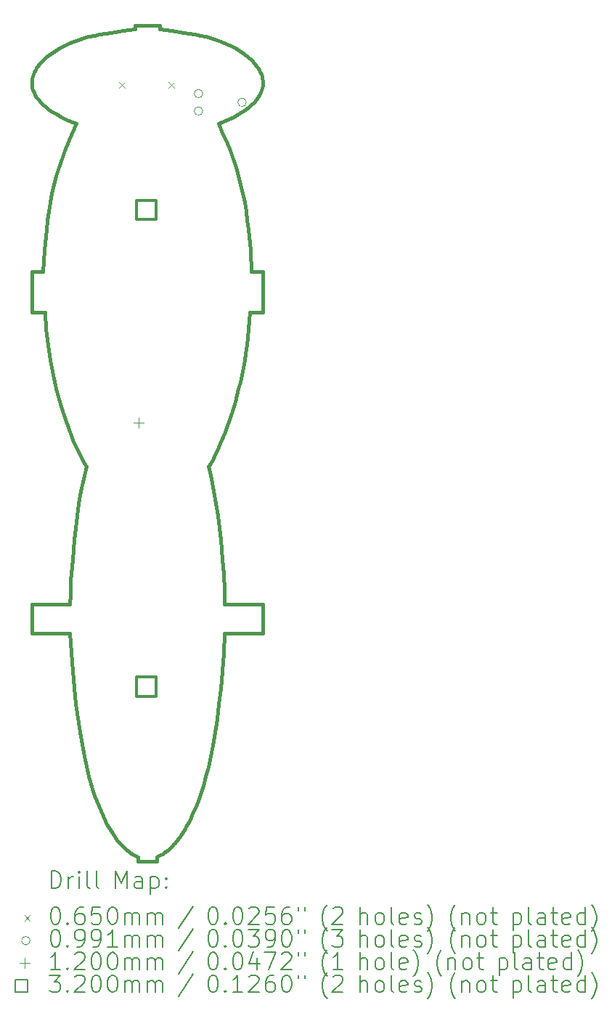
<source format=gbr>
%TF.GenerationSoftware,KiCad,Pcbnew,(6.99.0-3809-g2741d0eb4b)*%
%TF.CreationDate,2022-10-14T22:06:41-04:00*%
%TF.ProjectId,ButterflyBadge,42757474-6572-4666-9c79-42616467652e,rev?*%
%TF.SameCoordinates,Original*%
%TF.FileFunction,Drillmap*%
%TF.FilePolarity,Positive*%
%FSLAX45Y45*%
G04 Gerber Fmt 4.5, Leading zero omitted, Abs format (unit mm)*
G04 Created by KiCad (PCBNEW (6.99.0-3809-g2741d0eb4b)) date 2022-10-14 22:06:41*
%MOMM*%
%LPD*%
G01*
G04 APERTURE LIST*
%ADD10C,0.384999*%
%ADD11C,0.200000*%
%ADD12C,0.065000*%
%ADD13C,0.099060*%
%ADD14C,0.120000*%
%ADD15C,0.320000*%
G04 APERTURE END LIST*
D10*
X18644300Y-5742994D02*
X18709542Y-5770458D01*
X18584136Y-5715302D02*
X18644300Y-5742994D01*
X18528902Y-5687418D02*
X18584136Y-5715302D01*
X18478453Y-5659375D02*
X18528902Y-5687418D01*
X18432640Y-5631209D02*
X18478453Y-5659375D01*
X18391317Y-5602955D02*
X18432640Y-5631209D01*
X18354337Y-5574647D02*
X18391317Y-5602955D01*
X18321554Y-5546319D02*
X18354337Y-5574647D01*
X18292819Y-5518007D02*
X18321554Y-5546319D01*
X18267987Y-5489745D02*
X18292819Y-5518007D01*
X18246909Y-5461569D02*
X18267987Y-5489745D01*
X18229440Y-5433512D02*
X18246909Y-5461569D01*
X18215432Y-5405609D02*
X18229440Y-5433512D01*
X18204738Y-5377895D02*
X18215432Y-5405609D01*
X18197211Y-5350406D02*
X18204738Y-5377895D01*
X18192705Y-5323175D02*
X18197211Y-5350406D01*
X18191071Y-5296237D02*
X18192705Y-5323175D01*
X18192164Y-5269627D02*
X18191071Y-5296237D01*
X18195837Y-5243380D02*
X18192164Y-5269627D01*
X18201942Y-5217531D02*
X18195837Y-5243380D01*
X18210332Y-5192113D02*
X18201942Y-5217531D01*
X18220860Y-5167163D02*
X18210332Y-5192113D01*
X18233380Y-5142714D02*
X18220860Y-5167163D01*
X18247745Y-5118801D02*
X18233380Y-5142714D01*
X18263807Y-5095460D02*
X18247745Y-5118801D01*
X18281419Y-5072724D02*
X18263807Y-5095460D01*
X18300435Y-5050629D02*
X18281419Y-5072724D01*
X18320708Y-5029209D02*
X18300435Y-5050629D01*
X18342090Y-5008499D02*
X18320708Y-5029209D01*
X18364435Y-4988533D02*
X18342090Y-5008499D01*
X18411424Y-4950975D02*
X18364435Y-4988533D01*
X18411424Y-4950975D02*
X18411424Y-4950975D01*
X18460683Y-4916731D02*
X18411424Y-4950975D01*
X18511946Y-4885674D02*
X18460683Y-4916731D01*
X18565131Y-4857596D02*
X18511946Y-4885674D01*
X18620157Y-4832287D02*
X18565131Y-4857596D01*
X18676940Y-4809540D02*
X18620157Y-4832287D01*
X18735398Y-4789146D02*
X18676940Y-4809540D01*
X18795449Y-4770897D02*
X18735398Y-4789146D01*
X18857010Y-4754585D02*
X18795449Y-4770897D01*
X18920000Y-4740000D02*
X18857010Y-4754585D01*
X18984336Y-4726935D02*
X18920000Y-4740000D01*
X19116716Y-4704530D02*
X18984336Y-4726935D01*
X19253493Y-4685702D02*
X19116716Y-4704530D01*
X19394007Y-4668784D02*
X19253493Y-4685702D01*
X19394007Y-4668784D02*
X19394007Y-4668784D01*
X19394007Y-4625429D02*
X19394007Y-4668784D01*
X19394007Y-4625429D02*
X19394007Y-4625429D01*
X19538075Y-4625429D02*
X19394007Y-4625429D01*
X19538075Y-4625429D02*
X19538075Y-4625429D01*
X19682143Y-4625429D02*
X19538075Y-4625429D01*
X19682143Y-4625429D02*
X19682143Y-4625429D01*
X19682143Y-4668784D02*
X19682143Y-4625429D01*
X19682143Y-4668784D02*
X19682143Y-4668784D01*
X19822657Y-4685702D02*
X19682143Y-4668784D01*
X19959434Y-4704530D02*
X19822657Y-4685702D01*
X20026215Y-4715181D02*
X19959434Y-4704530D01*
X20091814Y-4726935D02*
X20026215Y-4715181D01*
X20156150Y-4740000D02*
X20091814Y-4726935D01*
X20219140Y-4754585D02*
X20156150Y-4740000D01*
X20280701Y-4770897D02*
X20219140Y-4754585D01*
X20340752Y-4789146D02*
X20280701Y-4770897D01*
X20399210Y-4809540D02*
X20340752Y-4789146D01*
X20455993Y-4832287D02*
X20399210Y-4809540D01*
X20511018Y-4857596D02*
X20455993Y-4832287D01*
X20564204Y-4885674D02*
X20511018Y-4857596D01*
X20615467Y-4916731D02*
X20564204Y-4885674D01*
X20664726Y-4950975D02*
X20615467Y-4916731D01*
X20664726Y-4950975D02*
X20664726Y-4950975D01*
X20711715Y-4988533D02*
X20664726Y-4950975D01*
X20755442Y-5029209D02*
X20711715Y-4988533D01*
X20794731Y-5072724D02*
X20755442Y-5029209D01*
X20812343Y-5095460D02*
X20794731Y-5072724D01*
X20828405Y-5118801D02*
X20812343Y-5095460D01*
X20842770Y-5142714D02*
X20828405Y-5118801D01*
X20855290Y-5167163D02*
X20842770Y-5142714D01*
X20865818Y-5192113D02*
X20855290Y-5167163D01*
X20874208Y-5217531D02*
X20865818Y-5192113D01*
X20880313Y-5243380D02*
X20874208Y-5217531D01*
X20883986Y-5269627D02*
X20880313Y-5243380D01*
X20885079Y-5296237D02*
X20883986Y-5269627D01*
X20883445Y-5323175D02*
X20885079Y-5296237D01*
X20878939Y-5350406D02*
X20883445Y-5323175D01*
X20871412Y-5377895D02*
X20878939Y-5350406D01*
X20860718Y-5405609D02*
X20871412Y-5377895D01*
X20846710Y-5433512D02*
X20860718Y-5405609D01*
X20829241Y-5461569D02*
X20846710Y-5433512D01*
X20808163Y-5489745D02*
X20829241Y-5461569D01*
X20783331Y-5518007D02*
X20808163Y-5489745D01*
X20754596Y-5546319D02*
X20783331Y-5518007D01*
X20721812Y-5574647D02*
X20754596Y-5546319D01*
X20684833Y-5602955D02*
X20721812Y-5574647D01*
X20643510Y-5631209D02*
X20684833Y-5602955D01*
X20597697Y-5659375D02*
X20643510Y-5631209D01*
X20547248Y-5687418D02*
X20597697Y-5659375D01*
X20492014Y-5715302D02*
X20547248Y-5687418D01*
X20431850Y-5742994D02*
X20492014Y-5715302D01*
X20366607Y-5770458D02*
X20431850Y-5742994D01*
X20366607Y-5770458D02*
X20366607Y-5770458D01*
X20416105Y-5874698D02*
X20366607Y-5770458D01*
X20461096Y-5977062D02*
X20416105Y-5874698D01*
X20501824Y-6078046D02*
X20461096Y-5977062D01*
X20538534Y-6178142D02*
X20501824Y-6078046D01*
X20571470Y-6277844D02*
X20538534Y-6178142D01*
X20600877Y-6377647D02*
X20571470Y-6277844D01*
X20626999Y-6478044D02*
X20600877Y-6377647D01*
X20650081Y-6579530D02*
X20626999Y-6478044D01*
X20670367Y-6682598D02*
X20650081Y-6579530D01*
X20688102Y-6787741D02*
X20670367Y-6682598D01*
X20703530Y-6895455D02*
X20688102Y-6787741D01*
X20716896Y-7006233D02*
X20703530Y-6895455D01*
X20738418Y-7238956D02*
X20716896Y-7006233D01*
X20754625Y-7489862D02*
X20738418Y-7238956D01*
X20754625Y-7489862D02*
X20754625Y-7489862D01*
X20884937Y-7489862D02*
X20754625Y-7489862D01*
X20884937Y-7489862D02*
X20884937Y-7489862D01*
X20884937Y-7964217D02*
X20884937Y-7489862D01*
X20884937Y-7964217D02*
X20884937Y-7964217D01*
X20730732Y-7964217D02*
X20884937Y-7964217D01*
X20730732Y-7964217D02*
X20730732Y-7964217D01*
X20725181Y-8064099D02*
X20730732Y-7964217D01*
X20717630Y-8161827D02*
X20725181Y-8064099D01*
X20708218Y-8257336D02*
X20717630Y-8161827D01*
X20697084Y-8350557D02*
X20708218Y-8257336D01*
X20684367Y-8441424D02*
X20697084Y-8350557D01*
X20670206Y-8529870D02*
X20684367Y-8441424D01*
X20654740Y-8615827D02*
X20670206Y-8529870D01*
X20638109Y-8699229D02*
X20654740Y-8615827D01*
X20620450Y-8780009D02*
X20638109Y-8699229D01*
X20601903Y-8858100D02*
X20620450Y-8780009D01*
X20562701Y-9005947D02*
X20601903Y-8858100D01*
X20521614Y-9142233D02*
X20562701Y-9005947D01*
X20479755Y-9266422D02*
X20521614Y-9142233D01*
X20438236Y-9377979D02*
X20479755Y-9266422D01*
X20398167Y-9476368D02*
X20438236Y-9377979D01*
X20360661Y-9561054D02*
X20398167Y-9476368D01*
X20326831Y-9631499D02*
X20360661Y-9561054D01*
X20297786Y-9687168D02*
X20326831Y-9631499D01*
X20274641Y-9727526D02*
X20297786Y-9687168D01*
X20258505Y-9752037D02*
X20274641Y-9727526D01*
X20250492Y-9760164D02*
X20258505Y-9752037D01*
X20250492Y-9760164D02*
X20250492Y-9760164D01*
X20267939Y-9831250D02*
X20250492Y-9760164D01*
X20284189Y-9903553D02*
X20267939Y-9831250D01*
X20313287Y-10050376D02*
X20284189Y-9903553D01*
X20338166Y-10197768D02*
X20313287Y-10050376D01*
X20359204Y-10342866D02*
X20338166Y-10197768D01*
X20376781Y-10482808D02*
X20359204Y-10342866D01*
X20391275Y-10614728D02*
X20376781Y-10482808D01*
X20412532Y-10843052D02*
X20391275Y-10614728D01*
X20412532Y-10843052D02*
X20412532Y-10843052D01*
X20420030Y-10934724D02*
X20412532Y-10843052D01*
X20425825Y-11012892D02*
X20420030Y-10934724D01*
X20430161Y-11080665D02*
X20425825Y-11012892D01*
X20433281Y-11141152D02*
X20430161Y-11080665D01*
X20435428Y-11197459D02*
X20433281Y-11141152D01*
X20436846Y-11252695D02*
X20435428Y-11197459D01*
X20438465Y-11372388D02*
X20436846Y-11252695D01*
X20438465Y-11372388D02*
X20438465Y-11372388D01*
X20884937Y-11372388D02*
X20438465Y-11372388D01*
X20884937Y-11372388D02*
X20884937Y-11372388D01*
X20884937Y-11707544D02*
X20884937Y-11372388D01*
X20884937Y-11707544D02*
X20884937Y-11707544D01*
X20440019Y-11707544D02*
X20884937Y-11707544D01*
X20440019Y-11707544D02*
X20440019Y-11707544D01*
X20426732Y-11936992D02*
X20440019Y-11707544D01*
X20411029Y-12150933D02*
X20426732Y-11936992D01*
X20393085Y-12350011D02*
X20411029Y-12150933D01*
X20373080Y-12534871D02*
X20393085Y-12350011D01*
X20351190Y-12706157D02*
X20373080Y-12534871D01*
X20327593Y-12864513D02*
X20351190Y-12706157D01*
X20302468Y-13010585D02*
X20327593Y-12864513D01*
X20275992Y-13145017D02*
X20302468Y-13010585D01*
X20248343Y-13268453D02*
X20275992Y-13145017D01*
X20219698Y-13381539D02*
X20248343Y-13268453D01*
X20190235Y-13484917D02*
X20219698Y-13381539D01*
X20160133Y-13579234D02*
X20190235Y-13484917D01*
X20129568Y-13665133D02*
X20160133Y-13579234D01*
X20098718Y-13743259D02*
X20129568Y-13665133D01*
X20067762Y-13814257D02*
X20098718Y-13743259D01*
X20036877Y-13878771D02*
X20067762Y-13814257D01*
X20036877Y-13878771D02*
X20036877Y-13878771D01*
X20021515Y-13908791D02*
X20036877Y-13878771D01*
X20006229Y-13937387D02*
X20021515Y-13908791D01*
X19991031Y-13964598D02*
X20006229Y-13937387D01*
X19975935Y-13990459D02*
X19991031Y-13964598D01*
X19960953Y-14015007D02*
X19975935Y-13990459D01*
X19946100Y-14038280D02*
X19960953Y-14015007D01*
X19931388Y-14060314D02*
X19946100Y-14038280D01*
X19916830Y-14081145D02*
X19931388Y-14060314D01*
X19902439Y-14100811D02*
X19916830Y-14081145D01*
X19888230Y-14119349D02*
X19902439Y-14100811D01*
X19874214Y-14136794D02*
X19888230Y-14119349D01*
X19860405Y-14153185D02*
X19874214Y-14136794D01*
X19846816Y-14168558D02*
X19860405Y-14153185D01*
X19833461Y-14182949D02*
X19846816Y-14168558D01*
X19820352Y-14196396D02*
X19833461Y-14182949D01*
X19807503Y-14208935D02*
X19820352Y-14196396D01*
X19782636Y-14231436D02*
X19807503Y-14208935D01*
X19758966Y-14250749D02*
X19782636Y-14231436D01*
X19736598Y-14267166D02*
X19758966Y-14250749D01*
X19715637Y-14280984D02*
X19736598Y-14267166D01*
X19696189Y-14292495D02*
X19715637Y-14280984D01*
X19678359Y-14301994D02*
X19696189Y-14292495D01*
X19662252Y-14309777D02*
X19678359Y-14301994D01*
X19647973Y-14316137D02*
X19662252Y-14309777D01*
X19647973Y-14316137D02*
X19647973Y-14316137D01*
X19647973Y-14370203D02*
X19647973Y-14316137D01*
X19647973Y-14370203D02*
X19647973Y-14370203D01*
X19538075Y-14370203D02*
X19647973Y-14370203D01*
X19538075Y-14370203D02*
X19538075Y-14370203D01*
X19428177Y-14370203D02*
X19538075Y-14370203D01*
X19428177Y-14370203D02*
X19428177Y-14370203D01*
X19428177Y-14316137D02*
X19428177Y-14370203D01*
X19428177Y-14316137D02*
X19428177Y-14316137D01*
X19397791Y-14301994D02*
X19428177Y-14316137D01*
X19379961Y-14292495D02*
X19397791Y-14301994D01*
X19360513Y-14280984D02*
X19379961Y-14292495D01*
X19339552Y-14267166D02*
X19360513Y-14280984D01*
X19317184Y-14250749D02*
X19339552Y-14267166D01*
X19293514Y-14231436D02*
X19317184Y-14250749D01*
X19268647Y-14208935D02*
X19293514Y-14231436D01*
X19242689Y-14182949D02*
X19268647Y-14208935D01*
X19215745Y-14153185D02*
X19242689Y-14182949D01*
X19187920Y-14119349D02*
X19215745Y-14153185D01*
X19159320Y-14081145D02*
X19187920Y-14119349D01*
X19130050Y-14038280D02*
X19159320Y-14081145D01*
X19100215Y-13990459D02*
X19130050Y-14038280D01*
X19069921Y-13937387D02*
X19100215Y-13990459D01*
X19039273Y-13878771D02*
X19069921Y-13937387D01*
X19039273Y-13878771D02*
X19039273Y-13878771D01*
X18977431Y-13743259D02*
X19039273Y-13878771D01*
X18916017Y-13579234D02*
X18977431Y-13743259D01*
X18856452Y-13381539D02*
X18916017Y-13579234D01*
X18800158Y-13145017D02*
X18856452Y-13381539D01*
X18748557Y-12864513D02*
X18800158Y-13145017D01*
X18703070Y-12534871D02*
X18748557Y-12864513D01*
X18665121Y-12150933D02*
X18703070Y-12534871D01*
X18636131Y-11707544D02*
X18665121Y-12150933D01*
X18636131Y-11707544D02*
X18636131Y-11707544D01*
X18191213Y-11707544D02*
X18636131Y-11707544D01*
X18191213Y-11707544D02*
X18191213Y-11707544D01*
X18191213Y-11372388D02*
X18191213Y-11707544D01*
X18191213Y-11372388D02*
X18191213Y-11372388D01*
X18637685Y-11372388D02*
X18191213Y-11372388D01*
X18637685Y-11372388D02*
X18637685Y-11372388D01*
X18639304Y-11252695D02*
X18637685Y-11372388D01*
X18642869Y-11141152D02*
X18639304Y-11252695D01*
X18645989Y-11080665D02*
X18642869Y-11141152D01*
X18650325Y-11012892D02*
X18645989Y-11080665D01*
X18663618Y-10843052D02*
X18650325Y-11012892D01*
X18663618Y-10843052D02*
X18663618Y-10843052D01*
X18684875Y-10614728D02*
X18663618Y-10843052D01*
X18699369Y-10482808D02*
X18684875Y-10614728D01*
X18716946Y-10342866D02*
X18699369Y-10482808D01*
X18737984Y-10197768D02*
X18716946Y-10342866D01*
X18762863Y-10050376D02*
X18737984Y-10197768D01*
X18791961Y-9903553D02*
X18762863Y-10050376D01*
X18825658Y-9760164D02*
X18791961Y-9903553D01*
X18825658Y-9760164D02*
X18825658Y-9760164D01*
X18801509Y-9727526D02*
X18825658Y-9760164D01*
X18749319Y-9631499D02*
X18801509Y-9727526D01*
X18677983Y-9476368D02*
X18749319Y-9631499D01*
X18596395Y-9266422D02*
X18677983Y-9476368D01*
X18554536Y-9142233D02*
X18596395Y-9266422D01*
X18513449Y-9005947D02*
X18554536Y-9142233D01*
X18474247Y-8858100D02*
X18513449Y-9005947D01*
X18438041Y-8699229D02*
X18474247Y-8858100D01*
X18405944Y-8529870D02*
X18438041Y-8699229D01*
X18379066Y-8350557D02*
X18405944Y-8529870D01*
X18358520Y-8161827D02*
X18379066Y-8350557D01*
X18345418Y-7964217D02*
X18358520Y-8161827D01*
X18345418Y-7964217D02*
X18345418Y-7964217D01*
X18191213Y-7964217D02*
X18345418Y-7964217D01*
X18191213Y-7964217D02*
X18191213Y-7964217D01*
X18191213Y-7489862D02*
X18191213Y-7964217D01*
X18191213Y-7489862D02*
X18191213Y-7489862D01*
X18321525Y-7489862D02*
X18191213Y-7489862D01*
X18321525Y-7489862D02*
X18321525Y-7489862D01*
X18337732Y-7238956D02*
X18321525Y-7489862D01*
X18359254Y-7006233D02*
X18337732Y-7238956D01*
X18372620Y-6895455D02*
X18359254Y-7006233D01*
X18388048Y-6787741D02*
X18372620Y-6895455D01*
X18405783Y-6682598D02*
X18388048Y-6787741D01*
X18426069Y-6579530D02*
X18405783Y-6682598D01*
X18449151Y-6478044D02*
X18426069Y-6579530D01*
X18475273Y-6377647D02*
X18449151Y-6478044D01*
X18504680Y-6277844D02*
X18475273Y-6377647D01*
X18537616Y-6178142D02*
X18504680Y-6277844D01*
X18574326Y-6078046D02*
X18537616Y-6178142D01*
X18615054Y-5977062D02*
X18574326Y-6078046D01*
X18660045Y-5874698D02*
X18615054Y-5977062D01*
X18709542Y-5770458D02*
X18660045Y-5874698D01*
D11*
D12*
X19208500Y-5287500D02*
X19273500Y-5352500D01*
X19273500Y-5287500D02*
X19208500Y-5352500D01*
X19786500Y-5287500D02*
X19851500Y-5352500D01*
X19851500Y-5287500D02*
X19786500Y-5352500D01*
D13*
X20185530Y-5418400D02*
G75*
G03*
X20185530Y-5418400I-49530J0D01*
G01*
X20185530Y-5621600D02*
G75*
G03*
X20185530Y-5621600I-49530J0D01*
G01*
X20693530Y-5520000D02*
G75*
G03*
X20693530Y-5520000I-49530J0D01*
G01*
D14*
X19435000Y-9192500D02*
X19435000Y-9312500D01*
X19375000Y-9252500D02*
X19495000Y-9252500D01*
D15*
X19643138Y-6887638D02*
X19643138Y-6661362D01*
X19416862Y-6661362D01*
X19416862Y-6887638D01*
X19643138Y-6887638D01*
X19643138Y-12448638D02*
X19643138Y-12222362D01*
X19416862Y-12222362D01*
X19416862Y-12448638D01*
X19643138Y-12448638D01*
D11*
X18419440Y-14682929D02*
X18419440Y-14482929D01*
X18419440Y-14482929D02*
X18467059Y-14482929D01*
X18467059Y-14482929D02*
X18495631Y-14492453D01*
X18495631Y-14492453D02*
X18514679Y-14511500D01*
X18514679Y-14511500D02*
X18524202Y-14530548D01*
X18524202Y-14530548D02*
X18533726Y-14568643D01*
X18533726Y-14568643D02*
X18533726Y-14597214D01*
X18533726Y-14597214D02*
X18524202Y-14635310D01*
X18524202Y-14635310D02*
X18514679Y-14654357D01*
X18514679Y-14654357D02*
X18495631Y-14673405D01*
X18495631Y-14673405D02*
X18467059Y-14682929D01*
X18467059Y-14682929D02*
X18419440Y-14682929D01*
X18619440Y-14682929D02*
X18619440Y-14549595D01*
X18619440Y-14587691D02*
X18628964Y-14568643D01*
X18628964Y-14568643D02*
X18638488Y-14559119D01*
X18638488Y-14559119D02*
X18657536Y-14549595D01*
X18657536Y-14549595D02*
X18676583Y-14549595D01*
X18743250Y-14682929D02*
X18743250Y-14549595D01*
X18743250Y-14482929D02*
X18733726Y-14492453D01*
X18733726Y-14492453D02*
X18743250Y-14501976D01*
X18743250Y-14501976D02*
X18752774Y-14492453D01*
X18752774Y-14492453D02*
X18743250Y-14482929D01*
X18743250Y-14482929D02*
X18743250Y-14501976D01*
X18867059Y-14682929D02*
X18848012Y-14673405D01*
X18848012Y-14673405D02*
X18838488Y-14654357D01*
X18838488Y-14654357D02*
X18838488Y-14482929D01*
X18971821Y-14682929D02*
X18952774Y-14673405D01*
X18952774Y-14673405D02*
X18943250Y-14654357D01*
X18943250Y-14654357D02*
X18943250Y-14482929D01*
X19168012Y-14682929D02*
X19168012Y-14482929D01*
X19168012Y-14482929D02*
X19234679Y-14625786D01*
X19234679Y-14625786D02*
X19301345Y-14482929D01*
X19301345Y-14482929D02*
X19301345Y-14682929D01*
X19482298Y-14682929D02*
X19482298Y-14578167D01*
X19482298Y-14578167D02*
X19472774Y-14559119D01*
X19472774Y-14559119D02*
X19453726Y-14549595D01*
X19453726Y-14549595D02*
X19415631Y-14549595D01*
X19415631Y-14549595D02*
X19396583Y-14559119D01*
X19482298Y-14673405D02*
X19463250Y-14682929D01*
X19463250Y-14682929D02*
X19415631Y-14682929D01*
X19415631Y-14682929D02*
X19396583Y-14673405D01*
X19396583Y-14673405D02*
X19387059Y-14654357D01*
X19387059Y-14654357D02*
X19387059Y-14635310D01*
X19387059Y-14635310D02*
X19396583Y-14616262D01*
X19396583Y-14616262D02*
X19415631Y-14606738D01*
X19415631Y-14606738D02*
X19463250Y-14606738D01*
X19463250Y-14606738D02*
X19482298Y-14597214D01*
X19577536Y-14549595D02*
X19577536Y-14749595D01*
X19577536Y-14559119D02*
X19596583Y-14549595D01*
X19596583Y-14549595D02*
X19634679Y-14549595D01*
X19634679Y-14549595D02*
X19653726Y-14559119D01*
X19653726Y-14559119D02*
X19663250Y-14568643D01*
X19663250Y-14568643D02*
X19672774Y-14587691D01*
X19672774Y-14587691D02*
X19672774Y-14644833D01*
X19672774Y-14644833D02*
X19663250Y-14663881D01*
X19663250Y-14663881D02*
X19653726Y-14673405D01*
X19653726Y-14673405D02*
X19634679Y-14682929D01*
X19634679Y-14682929D02*
X19596583Y-14682929D01*
X19596583Y-14682929D02*
X19577536Y-14673405D01*
X19758488Y-14663881D02*
X19768012Y-14673405D01*
X19768012Y-14673405D02*
X19758488Y-14682929D01*
X19758488Y-14682929D02*
X19748964Y-14673405D01*
X19748964Y-14673405D02*
X19758488Y-14663881D01*
X19758488Y-14663881D02*
X19758488Y-14682929D01*
X19758488Y-14559119D02*
X19768012Y-14568643D01*
X19768012Y-14568643D02*
X19758488Y-14578167D01*
X19758488Y-14578167D02*
X19748964Y-14568643D01*
X19748964Y-14568643D02*
X19758488Y-14559119D01*
X19758488Y-14559119D02*
X19758488Y-14578167D01*
D12*
X18106821Y-14996953D02*
X18171821Y-15061953D01*
X18171821Y-14996953D02*
X18106821Y-15061953D01*
D11*
X18457536Y-14902929D02*
X18476583Y-14902929D01*
X18476583Y-14902929D02*
X18495631Y-14912453D01*
X18495631Y-14912453D02*
X18505155Y-14921976D01*
X18505155Y-14921976D02*
X18514679Y-14941024D01*
X18514679Y-14941024D02*
X18524202Y-14979119D01*
X18524202Y-14979119D02*
X18524202Y-15026738D01*
X18524202Y-15026738D02*
X18514679Y-15064833D01*
X18514679Y-15064833D02*
X18505155Y-15083881D01*
X18505155Y-15083881D02*
X18495631Y-15093405D01*
X18495631Y-15093405D02*
X18476583Y-15102929D01*
X18476583Y-15102929D02*
X18457536Y-15102929D01*
X18457536Y-15102929D02*
X18438488Y-15093405D01*
X18438488Y-15093405D02*
X18428964Y-15083881D01*
X18428964Y-15083881D02*
X18419440Y-15064833D01*
X18419440Y-15064833D02*
X18409917Y-15026738D01*
X18409917Y-15026738D02*
X18409917Y-14979119D01*
X18409917Y-14979119D02*
X18419440Y-14941024D01*
X18419440Y-14941024D02*
X18428964Y-14921976D01*
X18428964Y-14921976D02*
X18438488Y-14912453D01*
X18438488Y-14912453D02*
X18457536Y-14902929D01*
X18609917Y-15083881D02*
X18619440Y-15093405D01*
X18619440Y-15093405D02*
X18609917Y-15102929D01*
X18609917Y-15102929D02*
X18600393Y-15093405D01*
X18600393Y-15093405D02*
X18609917Y-15083881D01*
X18609917Y-15083881D02*
X18609917Y-15102929D01*
X18790869Y-14902929D02*
X18752774Y-14902929D01*
X18752774Y-14902929D02*
X18733726Y-14912453D01*
X18733726Y-14912453D02*
X18724202Y-14921976D01*
X18724202Y-14921976D02*
X18705155Y-14950548D01*
X18705155Y-14950548D02*
X18695631Y-14988643D01*
X18695631Y-14988643D02*
X18695631Y-15064833D01*
X18695631Y-15064833D02*
X18705155Y-15083881D01*
X18705155Y-15083881D02*
X18714679Y-15093405D01*
X18714679Y-15093405D02*
X18733726Y-15102929D01*
X18733726Y-15102929D02*
X18771821Y-15102929D01*
X18771821Y-15102929D02*
X18790869Y-15093405D01*
X18790869Y-15093405D02*
X18800393Y-15083881D01*
X18800393Y-15083881D02*
X18809917Y-15064833D01*
X18809917Y-15064833D02*
X18809917Y-15017214D01*
X18809917Y-15017214D02*
X18800393Y-14998167D01*
X18800393Y-14998167D02*
X18790869Y-14988643D01*
X18790869Y-14988643D02*
X18771821Y-14979119D01*
X18771821Y-14979119D02*
X18733726Y-14979119D01*
X18733726Y-14979119D02*
X18714679Y-14988643D01*
X18714679Y-14988643D02*
X18705155Y-14998167D01*
X18705155Y-14998167D02*
X18695631Y-15017214D01*
X18990869Y-14902929D02*
X18895631Y-14902929D01*
X18895631Y-14902929D02*
X18886107Y-14998167D01*
X18886107Y-14998167D02*
X18895631Y-14988643D01*
X18895631Y-14988643D02*
X18914679Y-14979119D01*
X18914679Y-14979119D02*
X18962298Y-14979119D01*
X18962298Y-14979119D02*
X18981345Y-14988643D01*
X18981345Y-14988643D02*
X18990869Y-14998167D01*
X18990869Y-14998167D02*
X19000393Y-15017214D01*
X19000393Y-15017214D02*
X19000393Y-15064833D01*
X19000393Y-15064833D02*
X18990869Y-15083881D01*
X18990869Y-15083881D02*
X18981345Y-15093405D01*
X18981345Y-15093405D02*
X18962298Y-15102929D01*
X18962298Y-15102929D02*
X18914679Y-15102929D01*
X18914679Y-15102929D02*
X18895631Y-15093405D01*
X18895631Y-15093405D02*
X18886107Y-15083881D01*
X19124202Y-14902929D02*
X19143250Y-14902929D01*
X19143250Y-14902929D02*
X19162298Y-14912453D01*
X19162298Y-14912453D02*
X19171821Y-14921976D01*
X19171821Y-14921976D02*
X19181345Y-14941024D01*
X19181345Y-14941024D02*
X19190869Y-14979119D01*
X19190869Y-14979119D02*
X19190869Y-15026738D01*
X19190869Y-15026738D02*
X19181345Y-15064833D01*
X19181345Y-15064833D02*
X19171821Y-15083881D01*
X19171821Y-15083881D02*
X19162298Y-15093405D01*
X19162298Y-15093405D02*
X19143250Y-15102929D01*
X19143250Y-15102929D02*
X19124202Y-15102929D01*
X19124202Y-15102929D02*
X19105155Y-15093405D01*
X19105155Y-15093405D02*
X19095631Y-15083881D01*
X19095631Y-15083881D02*
X19086107Y-15064833D01*
X19086107Y-15064833D02*
X19076583Y-15026738D01*
X19076583Y-15026738D02*
X19076583Y-14979119D01*
X19076583Y-14979119D02*
X19086107Y-14941024D01*
X19086107Y-14941024D02*
X19095631Y-14921976D01*
X19095631Y-14921976D02*
X19105155Y-14912453D01*
X19105155Y-14912453D02*
X19124202Y-14902929D01*
X19276583Y-15102929D02*
X19276583Y-14969595D01*
X19276583Y-14988643D02*
X19286107Y-14979119D01*
X19286107Y-14979119D02*
X19305155Y-14969595D01*
X19305155Y-14969595D02*
X19333726Y-14969595D01*
X19333726Y-14969595D02*
X19352774Y-14979119D01*
X19352774Y-14979119D02*
X19362298Y-14998167D01*
X19362298Y-14998167D02*
X19362298Y-15102929D01*
X19362298Y-14998167D02*
X19371821Y-14979119D01*
X19371821Y-14979119D02*
X19390869Y-14969595D01*
X19390869Y-14969595D02*
X19419440Y-14969595D01*
X19419440Y-14969595D02*
X19438488Y-14979119D01*
X19438488Y-14979119D02*
X19448012Y-14998167D01*
X19448012Y-14998167D02*
X19448012Y-15102929D01*
X19543250Y-15102929D02*
X19543250Y-14969595D01*
X19543250Y-14988643D02*
X19552774Y-14979119D01*
X19552774Y-14979119D02*
X19571821Y-14969595D01*
X19571821Y-14969595D02*
X19600393Y-14969595D01*
X19600393Y-14969595D02*
X19619441Y-14979119D01*
X19619441Y-14979119D02*
X19628964Y-14998167D01*
X19628964Y-14998167D02*
X19628964Y-15102929D01*
X19628964Y-14998167D02*
X19638488Y-14979119D01*
X19638488Y-14979119D02*
X19657536Y-14969595D01*
X19657536Y-14969595D02*
X19686107Y-14969595D01*
X19686107Y-14969595D02*
X19705155Y-14979119D01*
X19705155Y-14979119D02*
X19714679Y-14998167D01*
X19714679Y-14998167D02*
X19714679Y-15102929D01*
X20072774Y-14893405D02*
X19901345Y-15150548D01*
X20297536Y-14902929D02*
X20316583Y-14902929D01*
X20316583Y-14902929D02*
X20335631Y-14912453D01*
X20335631Y-14912453D02*
X20345155Y-14921976D01*
X20345155Y-14921976D02*
X20354679Y-14941024D01*
X20354679Y-14941024D02*
X20364202Y-14979119D01*
X20364202Y-14979119D02*
X20364202Y-15026738D01*
X20364202Y-15026738D02*
X20354679Y-15064833D01*
X20354679Y-15064833D02*
X20345155Y-15083881D01*
X20345155Y-15083881D02*
X20335631Y-15093405D01*
X20335631Y-15093405D02*
X20316583Y-15102929D01*
X20316583Y-15102929D02*
X20297536Y-15102929D01*
X20297536Y-15102929D02*
X20278488Y-15093405D01*
X20278488Y-15093405D02*
X20268964Y-15083881D01*
X20268964Y-15083881D02*
X20259441Y-15064833D01*
X20259441Y-15064833D02*
X20249917Y-15026738D01*
X20249917Y-15026738D02*
X20249917Y-14979119D01*
X20249917Y-14979119D02*
X20259441Y-14941024D01*
X20259441Y-14941024D02*
X20268964Y-14921976D01*
X20268964Y-14921976D02*
X20278488Y-14912453D01*
X20278488Y-14912453D02*
X20297536Y-14902929D01*
X20449917Y-15083881D02*
X20459441Y-15093405D01*
X20459441Y-15093405D02*
X20449917Y-15102929D01*
X20449917Y-15102929D02*
X20440393Y-15093405D01*
X20440393Y-15093405D02*
X20449917Y-15083881D01*
X20449917Y-15083881D02*
X20449917Y-15102929D01*
X20583250Y-14902929D02*
X20602298Y-14902929D01*
X20602298Y-14902929D02*
X20621345Y-14912453D01*
X20621345Y-14912453D02*
X20630869Y-14921976D01*
X20630869Y-14921976D02*
X20640393Y-14941024D01*
X20640393Y-14941024D02*
X20649917Y-14979119D01*
X20649917Y-14979119D02*
X20649917Y-15026738D01*
X20649917Y-15026738D02*
X20640393Y-15064833D01*
X20640393Y-15064833D02*
X20630869Y-15083881D01*
X20630869Y-15083881D02*
X20621345Y-15093405D01*
X20621345Y-15093405D02*
X20602298Y-15102929D01*
X20602298Y-15102929D02*
X20583250Y-15102929D01*
X20583250Y-15102929D02*
X20564202Y-15093405D01*
X20564202Y-15093405D02*
X20554679Y-15083881D01*
X20554679Y-15083881D02*
X20545155Y-15064833D01*
X20545155Y-15064833D02*
X20535631Y-15026738D01*
X20535631Y-15026738D02*
X20535631Y-14979119D01*
X20535631Y-14979119D02*
X20545155Y-14941024D01*
X20545155Y-14941024D02*
X20554679Y-14921976D01*
X20554679Y-14921976D02*
X20564202Y-14912453D01*
X20564202Y-14912453D02*
X20583250Y-14902929D01*
X20726107Y-14921976D02*
X20735631Y-14912453D01*
X20735631Y-14912453D02*
X20754679Y-14902929D01*
X20754679Y-14902929D02*
X20802298Y-14902929D01*
X20802298Y-14902929D02*
X20821345Y-14912453D01*
X20821345Y-14912453D02*
X20830869Y-14921976D01*
X20830869Y-14921976D02*
X20840393Y-14941024D01*
X20840393Y-14941024D02*
X20840393Y-14960072D01*
X20840393Y-14960072D02*
X20830869Y-14988643D01*
X20830869Y-14988643D02*
X20716583Y-15102929D01*
X20716583Y-15102929D02*
X20840393Y-15102929D01*
X21021345Y-14902929D02*
X20926107Y-14902929D01*
X20926107Y-14902929D02*
X20916583Y-14998167D01*
X20916583Y-14998167D02*
X20926107Y-14988643D01*
X20926107Y-14988643D02*
X20945155Y-14979119D01*
X20945155Y-14979119D02*
X20992774Y-14979119D01*
X20992774Y-14979119D02*
X21011822Y-14988643D01*
X21011822Y-14988643D02*
X21021345Y-14998167D01*
X21021345Y-14998167D02*
X21030869Y-15017214D01*
X21030869Y-15017214D02*
X21030869Y-15064833D01*
X21030869Y-15064833D02*
X21021345Y-15083881D01*
X21021345Y-15083881D02*
X21011822Y-15093405D01*
X21011822Y-15093405D02*
X20992774Y-15102929D01*
X20992774Y-15102929D02*
X20945155Y-15102929D01*
X20945155Y-15102929D02*
X20926107Y-15093405D01*
X20926107Y-15093405D02*
X20916583Y-15083881D01*
X21202298Y-14902929D02*
X21164202Y-14902929D01*
X21164202Y-14902929D02*
X21145155Y-14912453D01*
X21145155Y-14912453D02*
X21135631Y-14921976D01*
X21135631Y-14921976D02*
X21116583Y-14950548D01*
X21116583Y-14950548D02*
X21107060Y-14988643D01*
X21107060Y-14988643D02*
X21107060Y-15064833D01*
X21107060Y-15064833D02*
X21116583Y-15083881D01*
X21116583Y-15083881D02*
X21126107Y-15093405D01*
X21126107Y-15093405D02*
X21145155Y-15102929D01*
X21145155Y-15102929D02*
X21183250Y-15102929D01*
X21183250Y-15102929D02*
X21202298Y-15093405D01*
X21202298Y-15093405D02*
X21211822Y-15083881D01*
X21211822Y-15083881D02*
X21221345Y-15064833D01*
X21221345Y-15064833D02*
X21221345Y-15017214D01*
X21221345Y-15017214D02*
X21211822Y-14998167D01*
X21211822Y-14998167D02*
X21202298Y-14988643D01*
X21202298Y-14988643D02*
X21183250Y-14979119D01*
X21183250Y-14979119D02*
X21145155Y-14979119D01*
X21145155Y-14979119D02*
X21126107Y-14988643D01*
X21126107Y-14988643D02*
X21116583Y-14998167D01*
X21116583Y-14998167D02*
X21107060Y-15017214D01*
X21297536Y-14902929D02*
X21297536Y-14941024D01*
X21373726Y-14902929D02*
X21373726Y-14941024D01*
X21636584Y-15179119D02*
X21627060Y-15169595D01*
X21627060Y-15169595D02*
X21608012Y-15141024D01*
X21608012Y-15141024D02*
X21598488Y-15121976D01*
X21598488Y-15121976D02*
X21588964Y-15093405D01*
X21588964Y-15093405D02*
X21579441Y-15045786D01*
X21579441Y-15045786D02*
X21579441Y-15007691D01*
X21579441Y-15007691D02*
X21588964Y-14960072D01*
X21588964Y-14960072D02*
X21598488Y-14931500D01*
X21598488Y-14931500D02*
X21608012Y-14912453D01*
X21608012Y-14912453D02*
X21627060Y-14883881D01*
X21627060Y-14883881D02*
X21636584Y-14874357D01*
X21703250Y-14921976D02*
X21712774Y-14912453D01*
X21712774Y-14912453D02*
X21731822Y-14902929D01*
X21731822Y-14902929D02*
X21779441Y-14902929D01*
X21779441Y-14902929D02*
X21798488Y-14912453D01*
X21798488Y-14912453D02*
X21808012Y-14921976D01*
X21808012Y-14921976D02*
X21817536Y-14941024D01*
X21817536Y-14941024D02*
X21817536Y-14960072D01*
X21817536Y-14960072D02*
X21808012Y-14988643D01*
X21808012Y-14988643D02*
X21693726Y-15102929D01*
X21693726Y-15102929D02*
X21817536Y-15102929D01*
X22023250Y-15102929D02*
X22023250Y-14902929D01*
X22108964Y-15102929D02*
X22108964Y-14998167D01*
X22108964Y-14998167D02*
X22099441Y-14979119D01*
X22099441Y-14979119D02*
X22080393Y-14969595D01*
X22080393Y-14969595D02*
X22051822Y-14969595D01*
X22051822Y-14969595D02*
X22032774Y-14979119D01*
X22032774Y-14979119D02*
X22023250Y-14988643D01*
X22232774Y-15102929D02*
X22213726Y-15093405D01*
X22213726Y-15093405D02*
X22204203Y-15083881D01*
X22204203Y-15083881D02*
X22194679Y-15064833D01*
X22194679Y-15064833D02*
X22194679Y-15007691D01*
X22194679Y-15007691D02*
X22204203Y-14988643D01*
X22204203Y-14988643D02*
X22213726Y-14979119D01*
X22213726Y-14979119D02*
X22232774Y-14969595D01*
X22232774Y-14969595D02*
X22261345Y-14969595D01*
X22261345Y-14969595D02*
X22280393Y-14979119D01*
X22280393Y-14979119D02*
X22289917Y-14988643D01*
X22289917Y-14988643D02*
X22299441Y-15007691D01*
X22299441Y-15007691D02*
X22299441Y-15064833D01*
X22299441Y-15064833D02*
X22289917Y-15083881D01*
X22289917Y-15083881D02*
X22280393Y-15093405D01*
X22280393Y-15093405D02*
X22261345Y-15102929D01*
X22261345Y-15102929D02*
X22232774Y-15102929D01*
X22413726Y-15102929D02*
X22394679Y-15093405D01*
X22394679Y-15093405D02*
X22385155Y-15074357D01*
X22385155Y-15074357D02*
X22385155Y-14902929D01*
X22566107Y-15093405D02*
X22547060Y-15102929D01*
X22547060Y-15102929D02*
X22508964Y-15102929D01*
X22508964Y-15102929D02*
X22489917Y-15093405D01*
X22489917Y-15093405D02*
X22480393Y-15074357D01*
X22480393Y-15074357D02*
X22480393Y-14998167D01*
X22480393Y-14998167D02*
X22489917Y-14979119D01*
X22489917Y-14979119D02*
X22508964Y-14969595D01*
X22508964Y-14969595D02*
X22547060Y-14969595D01*
X22547060Y-14969595D02*
X22566107Y-14979119D01*
X22566107Y-14979119D02*
X22575631Y-14998167D01*
X22575631Y-14998167D02*
X22575631Y-15017214D01*
X22575631Y-15017214D02*
X22480393Y-15036262D01*
X22651822Y-15093405D02*
X22670869Y-15102929D01*
X22670869Y-15102929D02*
X22708964Y-15102929D01*
X22708964Y-15102929D02*
X22728012Y-15093405D01*
X22728012Y-15093405D02*
X22737536Y-15074357D01*
X22737536Y-15074357D02*
X22737536Y-15064833D01*
X22737536Y-15064833D02*
X22728012Y-15045786D01*
X22728012Y-15045786D02*
X22708964Y-15036262D01*
X22708964Y-15036262D02*
X22680393Y-15036262D01*
X22680393Y-15036262D02*
X22661345Y-15026738D01*
X22661345Y-15026738D02*
X22651822Y-15007691D01*
X22651822Y-15007691D02*
X22651822Y-14998167D01*
X22651822Y-14998167D02*
X22661345Y-14979119D01*
X22661345Y-14979119D02*
X22680393Y-14969595D01*
X22680393Y-14969595D02*
X22708964Y-14969595D01*
X22708964Y-14969595D02*
X22728012Y-14979119D01*
X22804203Y-15179119D02*
X22813726Y-15169595D01*
X22813726Y-15169595D02*
X22832774Y-15141024D01*
X22832774Y-15141024D02*
X22842298Y-15121976D01*
X22842298Y-15121976D02*
X22851822Y-15093405D01*
X22851822Y-15093405D02*
X22861345Y-15045786D01*
X22861345Y-15045786D02*
X22861345Y-15007691D01*
X22861345Y-15007691D02*
X22851822Y-14960072D01*
X22851822Y-14960072D02*
X22842298Y-14931500D01*
X22842298Y-14931500D02*
X22832774Y-14912453D01*
X22832774Y-14912453D02*
X22813726Y-14883881D01*
X22813726Y-14883881D02*
X22804203Y-14874357D01*
X23133726Y-15179119D02*
X23124202Y-15169595D01*
X23124202Y-15169595D02*
X23105155Y-15141024D01*
X23105155Y-15141024D02*
X23095631Y-15121976D01*
X23095631Y-15121976D02*
X23086107Y-15093405D01*
X23086107Y-15093405D02*
X23076583Y-15045786D01*
X23076583Y-15045786D02*
X23076583Y-15007691D01*
X23076583Y-15007691D02*
X23086107Y-14960072D01*
X23086107Y-14960072D02*
X23095631Y-14931500D01*
X23095631Y-14931500D02*
X23105155Y-14912453D01*
X23105155Y-14912453D02*
X23124202Y-14883881D01*
X23124202Y-14883881D02*
X23133726Y-14874357D01*
X23209917Y-14969595D02*
X23209917Y-15102929D01*
X23209917Y-14988643D02*
X23219441Y-14979119D01*
X23219441Y-14979119D02*
X23238488Y-14969595D01*
X23238488Y-14969595D02*
X23267060Y-14969595D01*
X23267060Y-14969595D02*
X23286107Y-14979119D01*
X23286107Y-14979119D02*
X23295631Y-14998167D01*
X23295631Y-14998167D02*
X23295631Y-15102929D01*
X23419441Y-15102929D02*
X23400393Y-15093405D01*
X23400393Y-15093405D02*
X23390869Y-15083881D01*
X23390869Y-15083881D02*
X23381345Y-15064833D01*
X23381345Y-15064833D02*
X23381345Y-15007691D01*
X23381345Y-15007691D02*
X23390869Y-14988643D01*
X23390869Y-14988643D02*
X23400393Y-14979119D01*
X23400393Y-14979119D02*
X23419441Y-14969595D01*
X23419441Y-14969595D02*
X23448012Y-14969595D01*
X23448012Y-14969595D02*
X23467060Y-14979119D01*
X23467060Y-14979119D02*
X23476583Y-14988643D01*
X23476583Y-14988643D02*
X23486107Y-15007691D01*
X23486107Y-15007691D02*
X23486107Y-15064833D01*
X23486107Y-15064833D02*
X23476583Y-15083881D01*
X23476583Y-15083881D02*
X23467060Y-15093405D01*
X23467060Y-15093405D02*
X23448012Y-15102929D01*
X23448012Y-15102929D02*
X23419441Y-15102929D01*
X23543250Y-14969595D02*
X23619441Y-14969595D01*
X23571822Y-14902929D02*
X23571822Y-15074357D01*
X23571822Y-15074357D02*
X23581345Y-15093405D01*
X23581345Y-15093405D02*
X23600393Y-15102929D01*
X23600393Y-15102929D02*
X23619441Y-15102929D01*
X23806107Y-14969595D02*
X23806107Y-15169595D01*
X23806107Y-14979119D02*
X23825155Y-14969595D01*
X23825155Y-14969595D02*
X23863250Y-14969595D01*
X23863250Y-14969595D02*
X23882298Y-14979119D01*
X23882298Y-14979119D02*
X23891822Y-14988643D01*
X23891822Y-14988643D02*
X23901345Y-15007691D01*
X23901345Y-15007691D02*
X23901345Y-15064833D01*
X23901345Y-15064833D02*
X23891822Y-15083881D01*
X23891822Y-15083881D02*
X23882298Y-15093405D01*
X23882298Y-15093405D02*
X23863250Y-15102929D01*
X23863250Y-15102929D02*
X23825155Y-15102929D01*
X23825155Y-15102929D02*
X23806107Y-15093405D01*
X24015631Y-15102929D02*
X23996583Y-15093405D01*
X23996583Y-15093405D02*
X23987060Y-15074357D01*
X23987060Y-15074357D02*
X23987060Y-14902929D01*
X24177536Y-15102929D02*
X24177536Y-14998167D01*
X24177536Y-14998167D02*
X24168012Y-14979119D01*
X24168012Y-14979119D02*
X24148964Y-14969595D01*
X24148964Y-14969595D02*
X24110869Y-14969595D01*
X24110869Y-14969595D02*
X24091822Y-14979119D01*
X24177536Y-15093405D02*
X24158488Y-15102929D01*
X24158488Y-15102929D02*
X24110869Y-15102929D01*
X24110869Y-15102929D02*
X24091822Y-15093405D01*
X24091822Y-15093405D02*
X24082298Y-15074357D01*
X24082298Y-15074357D02*
X24082298Y-15055310D01*
X24082298Y-15055310D02*
X24091822Y-15036262D01*
X24091822Y-15036262D02*
X24110869Y-15026738D01*
X24110869Y-15026738D02*
X24158488Y-15026738D01*
X24158488Y-15026738D02*
X24177536Y-15017214D01*
X24244203Y-14969595D02*
X24320393Y-14969595D01*
X24272774Y-14902929D02*
X24272774Y-15074357D01*
X24272774Y-15074357D02*
X24282298Y-15093405D01*
X24282298Y-15093405D02*
X24301345Y-15102929D01*
X24301345Y-15102929D02*
X24320393Y-15102929D01*
X24463250Y-15093405D02*
X24444203Y-15102929D01*
X24444203Y-15102929D02*
X24406107Y-15102929D01*
X24406107Y-15102929D02*
X24387060Y-15093405D01*
X24387060Y-15093405D02*
X24377536Y-15074357D01*
X24377536Y-15074357D02*
X24377536Y-14998167D01*
X24377536Y-14998167D02*
X24387060Y-14979119D01*
X24387060Y-14979119D02*
X24406107Y-14969595D01*
X24406107Y-14969595D02*
X24444203Y-14969595D01*
X24444203Y-14969595D02*
X24463250Y-14979119D01*
X24463250Y-14979119D02*
X24472774Y-14998167D01*
X24472774Y-14998167D02*
X24472774Y-15017214D01*
X24472774Y-15017214D02*
X24377536Y-15036262D01*
X24644203Y-15102929D02*
X24644203Y-14902929D01*
X24644203Y-15093405D02*
X24625155Y-15102929D01*
X24625155Y-15102929D02*
X24587060Y-15102929D01*
X24587060Y-15102929D02*
X24568012Y-15093405D01*
X24568012Y-15093405D02*
X24558488Y-15083881D01*
X24558488Y-15083881D02*
X24548964Y-15064833D01*
X24548964Y-15064833D02*
X24548964Y-15007691D01*
X24548964Y-15007691D02*
X24558488Y-14988643D01*
X24558488Y-14988643D02*
X24568012Y-14979119D01*
X24568012Y-14979119D02*
X24587060Y-14969595D01*
X24587060Y-14969595D02*
X24625155Y-14969595D01*
X24625155Y-14969595D02*
X24644203Y-14979119D01*
X24720393Y-15179119D02*
X24729917Y-15169595D01*
X24729917Y-15169595D02*
X24748964Y-15141024D01*
X24748964Y-15141024D02*
X24758488Y-15121976D01*
X24758488Y-15121976D02*
X24768012Y-15093405D01*
X24768012Y-15093405D02*
X24777536Y-15045786D01*
X24777536Y-15045786D02*
X24777536Y-15007691D01*
X24777536Y-15007691D02*
X24768012Y-14960072D01*
X24768012Y-14960072D02*
X24758488Y-14931500D01*
X24758488Y-14931500D02*
X24748964Y-14912453D01*
X24748964Y-14912453D02*
X24729917Y-14883881D01*
X24729917Y-14883881D02*
X24720393Y-14874357D01*
D13*
X18171821Y-15293453D02*
G75*
G03*
X18171821Y-15293453I-49530J0D01*
G01*
D11*
X18457536Y-15166929D02*
X18476583Y-15166929D01*
X18476583Y-15166929D02*
X18495631Y-15176453D01*
X18495631Y-15176453D02*
X18505155Y-15185976D01*
X18505155Y-15185976D02*
X18514679Y-15205024D01*
X18514679Y-15205024D02*
X18524202Y-15243119D01*
X18524202Y-15243119D02*
X18524202Y-15290738D01*
X18524202Y-15290738D02*
X18514679Y-15328833D01*
X18514679Y-15328833D02*
X18505155Y-15347881D01*
X18505155Y-15347881D02*
X18495631Y-15357405D01*
X18495631Y-15357405D02*
X18476583Y-15366929D01*
X18476583Y-15366929D02*
X18457536Y-15366929D01*
X18457536Y-15366929D02*
X18438488Y-15357405D01*
X18438488Y-15357405D02*
X18428964Y-15347881D01*
X18428964Y-15347881D02*
X18419440Y-15328833D01*
X18419440Y-15328833D02*
X18409917Y-15290738D01*
X18409917Y-15290738D02*
X18409917Y-15243119D01*
X18409917Y-15243119D02*
X18419440Y-15205024D01*
X18419440Y-15205024D02*
X18428964Y-15185976D01*
X18428964Y-15185976D02*
X18438488Y-15176453D01*
X18438488Y-15176453D02*
X18457536Y-15166929D01*
X18609917Y-15347881D02*
X18619440Y-15357405D01*
X18619440Y-15357405D02*
X18609917Y-15366929D01*
X18609917Y-15366929D02*
X18600393Y-15357405D01*
X18600393Y-15357405D02*
X18609917Y-15347881D01*
X18609917Y-15347881D02*
X18609917Y-15366929D01*
X18714679Y-15366929D02*
X18752774Y-15366929D01*
X18752774Y-15366929D02*
X18771821Y-15357405D01*
X18771821Y-15357405D02*
X18781345Y-15347881D01*
X18781345Y-15347881D02*
X18800393Y-15319310D01*
X18800393Y-15319310D02*
X18809917Y-15281214D01*
X18809917Y-15281214D02*
X18809917Y-15205024D01*
X18809917Y-15205024D02*
X18800393Y-15185976D01*
X18800393Y-15185976D02*
X18790869Y-15176453D01*
X18790869Y-15176453D02*
X18771821Y-15166929D01*
X18771821Y-15166929D02*
X18733726Y-15166929D01*
X18733726Y-15166929D02*
X18714679Y-15176453D01*
X18714679Y-15176453D02*
X18705155Y-15185976D01*
X18705155Y-15185976D02*
X18695631Y-15205024D01*
X18695631Y-15205024D02*
X18695631Y-15252643D01*
X18695631Y-15252643D02*
X18705155Y-15271691D01*
X18705155Y-15271691D02*
X18714679Y-15281214D01*
X18714679Y-15281214D02*
X18733726Y-15290738D01*
X18733726Y-15290738D02*
X18771821Y-15290738D01*
X18771821Y-15290738D02*
X18790869Y-15281214D01*
X18790869Y-15281214D02*
X18800393Y-15271691D01*
X18800393Y-15271691D02*
X18809917Y-15252643D01*
X18905155Y-15366929D02*
X18943250Y-15366929D01*
X18943250Y-15366929D02*
X18962298Y-15357405D01*
X18962298Y-15357405D02*
X18971821Y-15347881D01*
X18971821Y-15347881D02*
X18990869Y-15319310D01*
X18990869Y-15319310D02*
X19000393Y-15281214D01*
X19000393Y-15281214D02*
X19000393Y-15205024D01*
X19000393Y-15205024D02*
X18990869Y-15185976D01*
X18990869Y-15185976D02*
X18981345Y-15176453D01*
X18981345Y-15176453D02*
X18962298Y-15166929D01*
X18962298Y-15166929D02*
X18924202Y-15166929D01*
X18924202Y-15166929D02*
X18905155Y-15176453D01*
X18905155Y-15176453D02*
X18895631Y-15185976D01*
X18895631Y-15185976D02*
X18886107Y-15205024D01*
X18886107Y-15205024D02*
X18886107Y-15252643D01*
X18886107Y-15252643D02*
X18895631Y-15271691D01*
X18895631Y-15271691D02*
X18905155Y-15281214D01*
X18905155Y-15281214D02*
X18924202Y-15290738D01*
X18924202Y-15290738D02*
X18962298Y-15290738D01*
X18962298Y-15290738D02*
X18981345Y-15281214D01*
X18981345Y-15281214D02*
X18990869Y-15271691D01*
X18990869Y-15271691D02*
X19000393Y-15252643D01*
X19190869Y-15366929D02*
X19076583Y-15366929D01*
X19133726Y-15366929D02*
X19133726Y-15166929D01*
X19133726Y-15166929D02*
X19114679Y-15195500D01*
X19114679Y-15195500D02*
X19095631Y-15214548D01*
X19095631Y-15214548D02*
X19076583Y-15224072D01*
X19276583Y-15366929D02*
X19276583Y-15233595D01*
X19276583Y-15252643D02*
X19286107Y-15243119D01*
X19286107Y-15243119D02*
X19305155Y-15233595D01*
X19305155Y-15233595D02*
X19333726Y-15233595D01*
X19333726Y-15233595D02*
X19352774Y-15243119D01*
X19352774Y-15243119D02*
X19362298Y-15262167D01*
X19362298Y-15262167D02*
X19362298Y-15366929D01*
X19362298Y-15262167D02*
X19371821Y-15243119D01*
X19371821Y-15243119D02*
X19390869Y-15233595D01*
X19390869Y-15233595D02*
X19419440Y-15233595D01*
X19419440Y-15233595D02*
X19438488Y-15243119D01*
X19438488Y-15243119D02*
X19448012Y-15262167D01*
X19448012Y-15262167D02*
X19448012Y-15366929D01*
X19543250Y-15366929D02*
X19543250Y-15233595D01*
X19543250Y-15252643D02*
X19552774Y-15243119D01*
X19552774Y-15243119D02*
X19571821Y-15233595D01*
X19571821Y-15233595D02*
X19600393Y-15233595D01*
X19600393Y-15233595D02*
X19619441Y-15243119D01*
X19619441Y-15243119D02*
X19628964Y-15262167D01*
X19628964Y-15262167D02*
X19628964Y-15366929D01*
X19628964Y-15262167D02*
X19638488Y-15243119D01*
X19638488Y-15243119D02*
X19657536Y-15233595D01*
X19657536Y-15233595D02*
X19686107Y-15233595D01*
X19686107Y-15233595D02*
X19705155Y-15243119D01*
X19705155Y-15243119D02*
X19714679Y-15262167D01*
X19714679Y-15262167D02*
X19714679Y-15366929D01*
X20072774Y-15157405D02*
X19901345Y-15414548D01*
X20297536Y-15166929D02*
X20316583Y-15166929D01*
X20316583Y-15166929D02*
X20335631Y-15176453D01*
X20335631Y-15176453D02*
X20345155Y-15185976D01*
X20345155Y-15185976D02*
X20354679Y-15205024D01*
X20354679Y-15205024D02*
X20364202Y-15243119D01*
X20364202Y-15243119D02*
X20364202Y-15290738D01*
X20364202Y-15290738D02*
X20354679Y-15328833D01*
X20354679Y-15328833D02*
X20345155Y-15347881D01*
X20345155Y-15347881D02*
X20335631Y-15357405D01*
X20335631Y-15357405D02*
X20316583Y-15366929D01*
X20316583Y-15366929D02*
X20297536Y-15366929D01*
X20297536Y-15366929D02*
X20278488Y-15357405D01*
X20278488Y-15357405D02*
X20268964Y-15347881D01*
X20268964Y-15347881D02*
X20259441Y-15328833D01*
X20259441Y-15328833D02*
X20249917Y-15290738D01*
X20249917Y-15290738D02*
X20249917Y-15243119D01*
X20249917Y-15243119D02*
X20259441Y-15205024D01*
X20259441Y-15205024D02*
X20268964Y-15185976D01*
X20268964Y-15185976D02*
X20278488Y-15176453D01*
X20278488Y-15176453D02*
X20297536Y-15166929D01*
X20449917Y-15347881D02*
X20459441Y-15357405D01*
X20459441Y-15357405D02*
X20449917Y-15366929D01*
X20449917Y-15366929D02*
X20440393Y-15357405D01*
X20440393Y-15357405D02*
X20449917Y-15347881D01*
X20449917Y-15347881D02*
X20449917Y-15366929D01*
X20583250Y-15166929D02*
X20602298Y-15166929D01*
X20602298Y-15166929D02*
X20621345Y-15176453D01*
X20621345Y-15176453D02*
X20630869Y-15185976D01*
X20630869Y-15185976D02*
X20640393Y-15205024D01*
X20640393Y-15205024D02*
X20649917Y-15243119D01*
X20649917Y-15243119D02*
X20649917Y-15290738D01*
X20649917Y-15290738D02*
X20640393Y-15328833D01*
X20640393Y-15328833D02*
X20630869Y-15347881D01*
X20630869Y-15347881D02*
X20621345Y-15357405D01*
X20621345Y-15357405D02*
X20602298Y-15366929D01*
X20602298Y-15366929D02*
X20583250Y-15366929D01*
X20583250Y-15366929D02*
X20564202Y-15357405D01*
X20564202Y-15357405D02*
X20554679Y-15347881D01*
X20554679Y-15347881D02*
X20545155Y-15328833D01*
X20545155Y-15328833D02*
X20535631Y-15290738D01*
X20535631Y-15290738D02*
X20535631Y-15243119D01*
X20535631Y-15243119D02*
X20545155Y-15205024D01*
X20545155Y-15205024D02*
X20554679Y-15185976D01*
X20554679Y-15185976D02*
X20564202Y-15176453D01*
X20564202Y-15176453D02*
X20583250Y-15166929D01*
X20716583Y-15166929D02*
X20840393Y-15166929D01*
X20840393Y-15166929D02*
X20773726Y-15243119D01*
X20773726Y-15243119D02*
X20802298Y-15243119D01*
X20802298Y-15243119D02*
X20821345Y-15252643D01*
X20821345Y-15252643D02*
X20830869Y-15262167D01*
X20830869Y-15262167D02*
X20840393Y-15281214D01*
X20840393Y-15281214D02*
X20840393Y-15328833D01*
X20840393Y-15328833D02*
X20830869Y-15347881D01*
X20830869Y-15347881D02*
X20821345Y-15357405D01*
X20821345Y-15357405D02*
X20802298Y-15366929D01*
X20802298Y-15366929D02*
X20745155Y-15366929D01*
X20745155Y-15366929D02*
X20726107Y-15357405D01*
X20726107Y-15357405D02*
X20716583Y-15347881D01*
X20935631Y-15366929D02*
X20973726Y-15366929D01*
X20973726Y-15366929D02*
X20992774Y-15357405D01*
X20992774Y-15357405D02*
X21002298Y-15347881D01*
X21002298Y-15347881D02*
X21021345Y-15319310D01*
X21021345Y-15319310D02*
X21030869Y-15281214D01*
X21030869Y-15281214D02*
X21030869Y-15205024D01*
X21030869Y-15205024D02*
X21021345Y-15185976D01*
X21021345Y-15185976D02*
X21011822Y-15176453D01*
X21011822Y-15176453D02*
X20992774Y-15166929D01*
X20992774Y-15166929D02*
X20954679Y-15166929D01*
X20954679Y-15166929D02*
X20935631Y-15176453D01*
X20935631Y-15176453D02*
X20926107Y-15185976D01*
X20926107Y-15185976D02*
X20916583Y-15205024D01*
X20916583Y-15205024D02*
X20916583Y-15252643D01*
X20916583Y-15252643D02*
X20926107Y-15271691D01*
X20926107Y-15271691D02*
X20935631Y-15281214D01*
X20935631Y-15281214D02*
X20954679Y-15290738D01*
X20954679Y-15290738D02*
X20992774Y-15290738D01*
X20992774Y-15290738D02*
X21011822Y-15281214D01*
X21011822Y-15281214D02*
X21021345Y-15271691D01*
X21021345Y-15271691D02*
X21030869Y-15252643D01*
X21154679Y-15166929D02*
X21173726Y-15166929D01*
X21173726Y-15166929D02*
X21192774Y-15176453D01*
X21192774Y-15176453D02*
X21202298Y-15185976D01*
X21202298Y-15185976D02*
X21211822Y-15205024D01*
X21211822Y-15205024D02*
X21221345Y-15243119D01*
X21221345Y-15243119D02*
X21221345Y-15290738D01*
X21221345Y-15290738D02*
X21211822Y-15328833D01*
X21211822Y-15328833D02*
X21202298Y-15347881D01*
X21202298Y-15347881D02*
X21192774Y-15357405D01*
X21192774Y-15357405D02*
X21173726Y-15366929D01*
X21173726Y-15366929D02*
X21154679Y-15366929D01*
X21154679Y-15366929D02*
X21135631Y-15357405D01*
X21135631Y-15357405D02*
X21126107Y-15347881D01*
X21126107Y-15347881D02*
X21116583Y-15328833D01*
X21116583Y-15328833D02*
X21107060Y-15290738D01*
X21107060Y-15290738D02*
X21107060Y-15243119D01*
X21107060Y-15243119D02*
X21116583Y-15205024D01*
X21116583Y-15205024D02*
X21126107Y-15185976D01*
X21126107Y-15185976D02*
X21135631Y-15176453D01*
X21135631Y-15176453D02*
X21154679Y-15166929D01*
X21297536Y-15166929D02*
X21297536Y-15205024D01*
X21373726Y-15166929D02*
X21373726Y-15205024D01*
X21636584Y-15443119D02*
X21627060Y-15433595D01*
X21627060Y-15433595D02*
X21608012Y-15405024D01*
X21608012Y-15405024D02*
X21598488Y-15385976D01*
X21598488Y-15385976D02*
X21588964Y-15357405D01*
X21588964Y-15357405D02*
X21579441Y-15309786D01*
X21579441Y-15309786D02*
X21579441Y-15271691D01*
X21579441Y-15271691D02*
X21588964Y-15224072D01*
X21588964Y-15224072D02*
X21598488Y-15195500D01*
X21598488Y-15195500D02*
X21608012Y-15176453D01*
X21608012Y-15176453D02*
X21627060Y-15147881D01*
X21627060Y-15147881D02*
X21636584Y-15138357D01*
X21693726Y-15166929D02*
X21817536Y-15166929D01*
X21817536Y-15166929D02*
X21750869Y-15243119D01*
X21750869Y-15243119D02*
X21779441Y-15243119D01*
X21779441Y-15243119D02*
X21798488Y-15252643D01*
X21798488Y-15252643D02*
X21808012Y-15262167D01*
X21808012Y-15262167D02*
X21817536Y-15281214D01*
X21817536Y-15281214D02*
X21817536Y-15328833D01*
X21817536Y-15328833D02*
X21808012Y-15347881D01*
X21808012Y-15347881D02*
X21798488Y-15357405D01*
X21798488Y-15357405D02*
X21779441Y-15366929D01*
X21779441Y-15366929D02*
X21722298Y-15366929D01*
X21722298Y-15366929D02*
X21703250Y-15357405D01*
X21703250Y-15357405D02*
X21693726Y-15347881D01*
X22023250Y-15366929D02*
X22023250Y-15166929D01*
X22108964Y-15366929D02*
X22108964Y-15262167D01*
X22108964Y-15262167D02*
X22099441Y-15243119D01*
X22099441Y-15243119D02*
X22080393Y-15233595D01*
X22080393Y-15233595D02*
X22051822Y-15233595D01*
X22051822Y-15233595D02*
X22032774Y-15243119D01*
X22032774Y-15243119D02*
X22023250Y-15252643D01*
X22232774Y-15366929D02*
X22213726Y-15357405D01*
X22213726Y-15357405D02*
X22204203Y-15347881D01*
X22204203Y-15347881D02*
X22194679Y-15328833D01*
X22194679Y-15328833D02*
X22194679Y-15271691D01*
X22194679Y-15271691D02*
X22204203Y-15252643D01*
X22204203Y-15252643D02*
X22213726Y-15243119D01*
X22213726Y-15243119D02*
X22232774Y-15233595D01*
X22232774Y-15233595D02*
X22261345Y-15233595D01*
X22261345Y-15233595D02*
X22280393Y-15243119D01*
X22280393Y-15243119D02*
X22289917Y-15252643D01*
X22289917Y-15252643D02*
X22299441Y-15271691D01*
X22299441Y-15271691D02*
X22299441Y-15328833D01*
X22299441Y-15328833D02*
X22289917Y-15347881D01*
X22289917Y-15347881D02*
X22280393Y-15357405D01*
X22280393Y-15357405D02*
X22261345Y-15366929D01*
X22261345Y-15366929D02*
X22232774Y-15366929D01*
X22413726Y-15366929D02*
X22394679Y-15357405D01*
X22394679Y-15357405D02*
X22385155Y-15338357D01*
X22385155Y-15338357D02*
X22385155Y-15166929D01*
X22566107Y-15357405D02*
X22547060Y-15366929D01*
X22547060Y-15366929D02*
X22508964Y-15366929D01*
X22508964Y-15366929D02*
X22489917Y-15357405D01*
X22489917Y-15357405D02*
X22480393Y-15338357D01*
X22480393Y-15338357D02*
X22480393Y-15262167D01*
X22480393Y-15262167D02*
X22489917Y-15243119D01*
X22489917Y-15243119D02*
X22508964Y-15233595D01*
X22508964Y-15233595D02*
X22547060Y-15233595D01*
X22547060Y-15233595D02*
X22566107Y-15243119D01*
X22566107Y-15243119D02*
X22575631Y-15262167D01*
X22575631Y-15262167D02*
X22575631Y-15281214D01*
X22575631Y-15281214D02*
X22480393Y-15300262D01*
X22651822Y-15357405D02*
X22670869Y-15366929D01*
X22670869Y-15366929D02*
X22708964Y-15366929D01*
X22708964Y-15366929D02*
X22728012Y-15357405D01*
X22728012Y-15357405D02*
X22737536Y-15338357D01*
X22737536Y-15338357D02*
X22737536Y-15328833D01*
X22737536Y-15328833D02*
X22728012Y-15309786D01*
X22728012Y-15309786D02*
X22708964Y-15300262D01*
X22708964Y-15300262D02*
X22680393Y-15300262D01*
X22680393Y-15300262D02*
X22661345Y-15290738D01*
X22661345Y-15290738D02*
X22651822Y-15271691D01*
X22651822Y-15271691D02*
X22651822Y-15262167D01*
X22651822Y-15262167D02*
X22661345Y-15243119D01*
X22661345Y-15243119D02*
X22680393Y-15233595D01*
X22680393Y-15233595D02*
X22708964Y-15233595D01*
X22708964Y-15233595D02*
X22728012Y-15243119D01*
X22804203Y-15443119D02*
X22813726Y-15433595D01*
X22813726Y-15433595D02*
X22832774Y-15405024D01*
X22832774Y-15405024D02*
X22842298Y-15385976D01*
X22842298Y-15385976D02*
X22851822Y-15357405D01*
X22851822Y-15357405D02*
X22861345Y-15309786D01*
X22861345Y-15309786D02*
X22861345Y-15271691D01*
X22861345Y-15271691D02*
X22851822Y-15224072D01*
X22851822Y-15224072D02*
X22842298Y-15195500D01*
X22842298Y-15195500D02*
X22832774Y-15176453D01*
X22832774Y-15176453D02*
X22813726Y-15147881D01*
X22813726Y-15147881D02*
X22804203Y-15138357D01*
X23133726Y-15443119D02*
X23124202Y-15433595D01*
X23124202Y-15433595D02*
X23105155Y-15405024D01*
X23105155Y-15405024D02*
X23095631Y-15385976D01*
X23095631Y-15385976D02*
X23086107Y-15357405D01*
X23086107Y-15357405D02*
X23076583Y-15309786D01*
X23076583Y-15309786D02*
X23076583Y-15271691D01*
X23076583Y-15271691D02*
X23086107Y-15224072D01*
X23086107Y-15224072D02*
X23095631Y-15195500D01*
X23095631Y-15195500D02*
X23105155Y-15176453D01*
X23105155Y-15176453D02*
X23124202Y-15147881D01*
X23124202Y-15147881D02*
X23133726Y-15138357D01*
X23209917Y-15233595D02*
X23209917Y-15366929D01*
X23209917Y-15252643D02*
X23219441Y-15243119D01*
X23219441Y-15243119D02*
X23238488Y-15233595D01*
X23238488Y-15233595D02*
X23267060Y-15233595D01*
X23267060Y-15233595D02*
X23286107Y-15243119D01*
X23286107Y-15243119D02*
X23295631Y-15262167D01*
X23295631Y-15262167D02*
X23295631Y-15366929D01*
X23419441Y-15366929D02*
X23400393Y-15357405D01*
X23400393Y-15357405D02*
X23390869Y-15347881D01*
X23390869Y-15347881D02*
X23381345Y-15328833D01*
X23381345Y-15328833D02*
X23381345Y-15271691D01*
X23381345Y-15271691D02*
X23390869Y-15252643D01*
X23390869Y-15252643D02*
X23400393Y-15243119D01*
X23400393Y-15243119D02*
X23419441Y-15233595D01*
X23419441Y-15233595D02*
X23448012Y-15233595D01*
X23448012Y-15233595D02*
X23467060Y-15243119D01*
X23467060Y-15243119D02*
X23476583Y-15252643D01*
X23476583Y-15252643D02*
X23486107Y-15271691D01*
X23486107Y-15271691D02*
X23486107Y-15328833D01*
X23486107Y-15328833D02*
X23476583Y-15347881D01*
X23476583Y-15347881D02*
X23467060Y-15357405D01*
X23467060Y-15357405D02*
X23448012Y-15366929D01*
X23448012Y-15366929D02*
X23419441Y-15366929D01*
X23543250Y-15233595D02*
X23619441Y-15233595D01*
X23571822Y-15166929D02*
X23571822Y-15338357D01*
X23571822Y-15338357D02*
X23581345Y-15357405D01*
X23581345Y-15357405D02*
X23600393Y-15366929D01*
X23600393Y-15366929D02*
X23619441Y-15366929D01*
X23806107Y-15233595D02*
X23806107Y-15433595D01*
X23806107Y-15243119D02*
X23825155Y-15233595D01*
X23825155Y-15233595D02*
X23863250Y-15233595D01*
X23863250Y-15233595D02*
X23882298Y-15243119D01*
X23882298Y-15243119D02*
X23891822Y-15252643D01*
X23891822Y-15252643D02*
X23901345Y-15271691D01*
X23901345Y-15271691D02*
X23901345Y-15328833D01*
X23901345Y-15328833D02*
X23891822Y-15347881D01*
X23891822Y-15347881D02*
X23882298Y-15357405D01*
X23882298Y-15357405D02*
X23863250Y-15366929D01*
X23863250Y-15366929D02*
X23825155Y-15366929D01*
X23825155Y-15366929D02*
X23806107Y-15357405D01*
X24015631Y-15366929D02*
X23996583Y-15357405D01*
X23996583Y-15357405D02*
X23987060Y-15338357D01*
X23987060Y-15338357D02*
X23987060Y-15166929D01*
X24177536Y-15366929D02*
X24177536Y-15262167D01*
X24177536Y-15262167D02*
X24168012Y-15243119D01*
X24168012Y-15243119D02*
X24148964Y-15233595D01*
X24148964Y-15233595D02*
X24110869Y-15233595D01*
X24110869Y-15233595D02*
X24091822Y-15243119D01*
X24177536Y-15357405D02*
X24158488Y-15366929D01*
X24158488Y-15366929D02*
X24110869Y-15366929D01*
X24110869Y-15366929D02*
X24091822Y-15357405D01*
X24091822Y-15357405D02*
X24082298Y-15338357D01*
X24082298Y-15338357D02*
X24082298Y-15319310D01*
X24082298Y-15319310D02*
X24091822Y-15300262D01*
X24091822Y-15300262D02*
X24110869Y-15290738D01*
X24110869Y-15290738D02*
X24158488Y-15290738D01*
X24158488Y-15290738D02*
X24177536Y-15281214D01*
X24244203Y-15233595D02*
X24320393Y-15233595D01*
X24272774Y-15166929D02*
X24272774Y-15338357D01*
X24272774Y-15338357D02*
X24282298Y-15357405D01*
X24282298Y-15357405D02*
X24301345Y-15366929D01*
X24301345Y-15366929D02*
X24320393Y-15366929D01*
X24463250Y-15357405D02*
X24444203Y-15366929D01*
X24444203Y-15366929D02*
X24406107Y-15366929D01*
X24406107Y-15366929D02*
X24387060Y-15357405D01*
X24387060Y-15357405D02*
X24377536Y-15338357D01*
X24377536Y-15338357D02*
X24377536Y-15262167D01*
X24377536Y-15262167D02*
X24387060Y-15243119D01*
X24387060Y-15243119D02*
X24406107Y-15233595D01*
X24406107Y-15233595D02*
X24444203Y-15233595D01*
X24444203Y-15233595D02*
X24463250Y-15243119D01*
X24463250Y-15243119D02*
X24472774Y-15262167D01*
X24472774Y-15262167D02*
X24472774Y-15281214D01*
X24472774Y-15281214D02*
X24377536Y-15300262D01*
X24644203Y-15366929D02*
X24644203Y-15166929D01*
X24644203Y-15357405D02*
X24625155Y-15366929D01*
X24625155Y-15366929D02*
X24587060Y-15366929D01*
X24587060Y-15366929D02*
X24568012Y-15357405D01*
X24568012Y-15357405D02*
X24558488Y-15347881D01*
X24558488Y-15347881D02*
X24548964Y-15328833D01*
X24548964Y-15328833D02*
X24548964Y-15271691D01*
X24548964Y-15271691D02*
X24558488Y-15252643D01*
X24558488Y-15252643D02*
X24568012Y-15243119D01*
X24568012Y-15243119D02*
X24587060Y-15233595D01*
X24587060Y-15233595D02*
X24625155Y-15233595D01*
X24625155Y-15233595D02*
X24644203Y-15243119D01*
X24720393Y-15443119D02*
X24729917Y-15433595D01*
X24729917Y-15433595D02*
X24748964Y-15405024D01*
X24748964Y-15405024D02*
X24758488Y-15385976D01*
X24758488Y-15385976D02*
X24768012Y-15357405D01*
X24768012Y-15357405D02*
X24777536Y-15309786D01*
X24777536Y-15309786D02*
X24777536Y-15271691D01*
X24777536Y-15271691D02*
X24768012Y-15224072D01*
X24768012Y-15224072D02*
X24758488Y-15195500D01*
X24758488Y-15195500D02*
X24748964Y-15176453D01*
X24748964Y-15176453D02*
X24729917Y-15147881D01*
X24729917Y-15147881D02*
X24720393Y-15138357D01*
D14*
X18111821Y-15497453D02*
X18111821Y-15617453D01*
X18051821Y-15557453D02*
X18171821Y-15557453D01*
D11*
X18524202Y-15630929D02*
X18409917Y-15630929D01*
X18467059Y-15630929D02*
X18467059Y-15430929D01*
X18467059Y-15430929D02*
X18448012Y-15459500D01*
X18448012Y-15459500D02*
X18428964Y-15478548D01*
X18428964Y-15478548D02*
X18409917Y-15488072D01*
X18609917Y-15611881D02*
X18619440Y-15621405D01*
X18619440Y-15621405D02*
X18609917Y-15630929D01*
X18609917Y-15630929D02*
X18600393Y-15621405D01*
X18600393Y-15621405D02*
X18609917Y-15611881D01*
X18609917Y-15611881D02*
X18609917Y-15630929D01*
X18695631Y-15449976D02*
X18705155Y-15440453D01*
X18705155Y-15440453D02*
X18724202Y-15430929D01*
X18724202Y-15430929D02*
X18771821Y-15430929D01*
X18771821Y-15430929D02*
X18790869Y-15440453D01*
X18790869Y-15440453D02*
X18800393Y-15449976D01*
X18800393Y-15449976D02*
X18809917Y-15469024D01*
X18809917Y-15469024D02*
X18809917Y-15488072D01*
X18809917Y-15488072D02*
X18800393Y-15516643D01*
X18800393Y-15516643D02*
X18686107Y-15630929D01*
X18686107Y-15630929D02*
X18809917Y-15630929D01*
X18933726Y-15430929D02*
X18952774Y-15430929D01*
X18952774Y-15430929D02*
X18971821Y-15440453D01*
X18971821Y-15440453D02*
X18981345Y-15449976D01*
X18981345Y-15449976D02*
X18990869Y-15469024D01*
X18990869Y-15469024D02*
X19000393Y-15507119D01*
X19000393Y-15507119D02*
X19000393Y-15554738D01*
X19000393Y-15554738D02*
X18990869Y-15592833D01*
X18990869Y-15592833D02*
X18981345Y-15611881D01*
X18981345Y-15611881D02*
X18971821Y-15621405D01*
X18971821Y-15621405D02*
X18952774Y-15630929D01*
X18952774Y-15630929D02*
X18933726Y-15630929D01*
X18933726Y-15630929D02*
X18914679Y-15621405D01*
X18914679Y-15621405D02*
X18905155Y-15611881D01*
X18905155Y-15611881D02*
X18895631Y-15592833D01*
X18895631Y-15592833D02*
X18886107Y-15554738D01*
X18886107Y-15554738D02*
X18886107Y-15507119D01*
X18886107Y-15507119D02*
X18895631Y-15469024D01*
X18895631Y-15469024D02*
X18905155Y-15449976D01*
X18905155Y-15449976D02*
X18914679Y-15440453D01*
X18914679Y-15440453D02*
X18933726Y-15430929D01*
X19124202Y-15430929D02*
X19143250Y-15430929D01*
X19143250Y-15430929D02*
X19162298Y-15440453D01*
X19162298Y-15440453D02*
X19171821Y-15449976D01*
X19171821Y-15449976D02*
X19181345Y-15469024D01*
X19181345Y-15469024D02*
X19190869Y-15507119D01*
X19190869Y-15507119D02*
X19190869Y-15554738D01*
X19190869Y-15554738D02*
X19181345Y-15592833D01*
X19181345Y-15592833D02*
X19171821Y-15611881D01*
X19171821Y-15611881D02*
X19162298Y-15621405D01*
X19162298Y-15621405D02*
X19143250Y-15630929D01*
X19143250Y-15630929D02*
X19124202Y-15630929D01*
X19124202Y-15630929D02*
X19105155Y-15621405D01*
X19105155Y-15621405D02*
X19095631Y-15611881D01*
X19095631Y-15611881D02*
X19086107Y-15592833D01*
X19086107Y-15592833D02*
X19076583Y-15554738D01*
X19076583Y-15554738D02*
X19076583Y-15507119D01*
X19076583Y-15507119D02*
X19086107Y-15469024D01*
X19086107Y-15469024D02*
X19095631Y-15449976D01*
X19095631Y-15449976D02*
X19105155Y-15440453D01*
X19105155Y-15440453D02*
X19124202Y-15430929D01*
X19276583Y-15630929D02*
X19276583Y-15497595D01*
X19276583Y-15516643D02*
X19286107Y-15507119D01*
X19286107Y-15507119D02*
X19305155Y-15497595D01*
X19305155Y-15497595D02*
X19333726Y-15497595D01*
X19333726Y-15497595D02*
X19352774Y-15507119D01*
X19352774Y-15507119D02*
X19362298Y-15526167D01*
X19362298Y-15526167D02*
X19362298Y-15630929D01*
X19362298Y-15526167D02*
X19371821Y-15507119D01*
X19371821Y-15507119D02*
X19390869Y-15497595D01*
X19390869Y-15497595D02*
X19419440Y-15497595D01*
X19419440Y-15497595D02*
X19438488Y-15507119D01*
X19438488Y-15507119D02*
X19448012Y-15526167D01*
X19448012Y-15526167D02*
X19448012Y-15630929D01*
X19543250Y-15630929D02*
X19543250Y-15497595D01*
X19543250Y-15516643D02*
X19552774Y-15507119D01*
X19552774Y-15507119D02*
X19571821Y-15497595D01*
X19571821Y-15497595D02*
X19600393Y-15497595D01*
X19600393Y-15497595D02*
X19619441Y-15507119D01*
X19619441Y-15507119D02*
X19628964Y-15526167D01*
X19628964Y-15526167D02*
X19628964Y-15630929D01*
X19628964Y-15526167D02*
X19638488Y-15507119D01*
X19638488Y-15507119D02*
X19657536Y-15497595D01*
X19657536Y-15497595D02*
X19686107Y-15497595D01*
X19686107Y-15497595D02*
X19705155Y-15507119D01*
X19705155Y-15507119D02*
X19714679Y-15526167D01*
X19714679Y-15526167D02*
X19714679Y-15630929D01*
X20072774Y-15421405D02*
X19901345Y-15678548D01*
X20297536Y-15430929D02*
X20316583Y-15430929D01*
X20316583Y-15430929D02*
X20335631Y-15440453D01*
X20335631Y-15440453D02*
X20345155Y-15449976D01*
X20345155Y-15449976D02*
X20354679Y-15469024D01*
X20354679Y-15469024D02*
X20364202Y-15507119D01*
X20364202Y-15507119D02*
X20364202Y-15554738D01*
X20364202Y-15554738D02*
X20354679Y-15592833D01*
X20354679Y-15592833D02*
X20345155Y-15611881D01*
X20345155Y-15611881D02*
X20335631Y-15621405D01*
X20335631Y-15621405D02*
X20316583Y-15630929D01*
X20316583Y-15630929D02*
X20297536Y-15630929D01*
X20297536Y-15630929D02*
X20278488Y-15621405D01*
X20278488Y-15621405D02*
X20268964Y-15611881D01*
X20268964Y-15611881D02*
X20259441Y-15592833D01*
X20259441Y-15592833D02*
X20249917Y-15554738D01*
X20249917Y-15554738D02*
X20249917Y-15507119D01*
X20249917Y-15507119D02*
X20259441Y-15469024D01*
X20259441Y-15469024D02*
X20268964Y-15449976D01*
X20268964Y-15449976D02*
X20278488Y-15440453D01*
X20278488Y-15440453D02*
X20297536Y-15430929D01*
X20449917Y-15611881D02*
X20459441Y-15621405D01*
X20459441Y-15621405D02*
X20449917Y-15630929D01*
X20449917Y-15630929D02*
X20440393Y-15621405D01*
X20440393Y-15621405D02*
X20449917Y-15611881D01*
X20449917Y-15611881D02*
X20449917Y-15630929D01*
X20583250Y-15430929D02*
X20602298Y-15430929D01*
X20602298Y-15430929D02*
X20621345Y-15440453D01*
X20621345Y-15440453D02*
X20630869Y-15449976D01*
X20630869Y-15449976D02*
X20640393Y-15469024D01*
X20640393Y-15469024D02*
X20649917Y-15507119D01*
X20649917Y-15507119D02*
X20649917Y-15554738D01*
X20649917Y-15554738D02*
X20640393Y-15592833D01*
X20640393Y-15592833D02*
X20630869Y-15611881D01*
X20630869Y-15611881D02*
X20621345Y-15621405D01*
X20621345Y-15621405D02*
X20602298Y-15630929D01*
X20602298Y-15630929D02*
X20583250Y-15630929D01*
X20583250Y-15630929D02*
X20564202Y-15621405D01*
X20564202Y-15621405D02*
X20554679Y-15611881D01*
X20554679Y-15611881D02*
X20545155Y-15592833D01*
X20545155Y-15592833D02*
X20535631Y-15554738D01*
X20535631Y-15554738D02*
X20535631Y-15507119D01*
X20535631Y-15507119D02*
X20545155Y-15469024D01*
X20545155Y-15469024D02*
X20554679Y-15449976D01*
X20554679Y-15449976D02*
X20564202Y-15440453D01*
X20564202Y-15440453D02*
X20583250Y-15430929D01*
X20821345Y-15497595D02*
X20821345Y-15630929D01*
X20773726Y-15421405D02*
X20726107Y-15564262D01*
X20726107Y-15564262D02*
X20849917Y-15564262D01*
X20907060Y-15430929D02*
X21040393Y-15430929D01*
X21040393Y-15430929D02*
X20954679Y-15630929D01*
X21107060Y-15449976D02*
X21116583Y-15440453D01*
X21116583Y-15440453D02*
X21135631Y-15430929D01*
X21135631Y-15430929D02*
X21183250Y-15430929D01*
X21183250Y-15430929D02*
X21202298Y-15440453D01*
X21202298Y-15440453D02*
X21211822Y-15449976D01*
X21211822Y-15449976D02*
X21221345Y-15469024D01*
X21221345Y-15469024D02*
X21221345Y-15488072D01*
X21221345Y-15488072D02*
X21211822Y-15516643D01*
X21211822Y-15516643D02*
X21097536Y-15630929D01*
X21097536Y-15630929D02*
X21221345Y-15630929D01*
X21297536Y-15430929D02*
X21297536Y-15469024D01*
X21373726Y-15430929D02*
X21373726Y-15469024D01*
X21636584Y-15707119D02*
X21627060Y-15697595D01*
X21627060Y-15697595D02*
X21608012Y-15669024D01*
X21608012Y-15669024D02*
X21598488Y-15649976D01*
X21598488Y-15649976D02*
X21588964Y-15621405D01*
X21588964Y-15621405D02*
X21579441Y-15573786D01*
X21579441Y-15573786D02*
X21579441Y-15535691D01*
X21579441Y-15535691D02*
X21588964Y-15488072D01*
X21588964Y-15488072D02*
X21598488Y-15459500D01*
X21598488Y-15459500D02*
X21608012Y-15440453D01*
X21608012Y-15440453D02*
X21627060Y-15411881D01*
X21627060Y-15411881D02*
X21636584Y-15402357D01*
X21817536Y-15630929D02*
X21703250Y-15630929D01*
X21760393Y-15630929D02*
X21760393Y-15430929D01*
X21760393Y-15430929D02*
X21741345Y-15459500D01*
X21741345Y-15459500D02*
X21722298Y-15478548D01*
X21722298Y-15478548D02*
X21703250Y-15488072D01*
X22023250Y-15630929D02*
X22023250Y-15430929D01*
X22108964Y-15630929D02*
X22108964Y-15526167D01*
X22108964Y-15526167D02*
X22099441Y-15507119D01*
X22099441Y-15507119D02*
X22080393Y-15497595D01*
X22080393Y-15497595D02*
X22051822Y-15497595D01*
X22051822Y-15497595D02*
X22032774Y-15507119D01*
X22032774Y-15507119D02*
X22023250Y-15516643D01*
X22232774Y-15630929D02*
X22213726Y-15621405D01*
X22213726Y-15621405D02*
X22204203Y-15611881D01*
X22204203Y-15611881D02*
X22194679Y-15592833D01*
X22194679Y-15592833D02*
X22194679Y-15535691D01*
X22194679Y-15535691D02*
X22204203Y-15516643D01*
X22204203Y-15516643D02*
X22213726Y-15507119D01*
X22213726Y-15507119D02*
X22232774Y-15497595D01*
X22232774Y-15497595D02*
X22261345Y-15497595D01*
X22261345Y-15497595D02*
X22280393Y-15507119D01*
X22280393Y-15507119D02*
X22289917Y-15516643D01*
X22289917Y-15516643D02*
X22299441Y-15535691D01*
X22299441Y-15535691D02*
X22299441Y-15592833D01*
X22299441Y-15592833D02*
X22289917Y-15611881D01*
X22289917Y-15611881D02*
X22280393Y-15621405D01*
X22280393Y-15621405D02*
X22261345Y-15630929D01*
X22261345Y-15630929D02*
X22232774Y-15630929D01*
X22413726Y-15630929D02*
X22394679Y-15621405D01*
X22394679Y-15621405D02*
X22385155Y-15602357D01*
X22385155Y-15602357D02*
X22385155Y-15430929D01*
X22566107Y-15621405D02*
X22547060Y-15630929D01*
X22547060Y-15630929D02*
X22508964Y-15630929D01*
X22508964Y-15630929D02*
X22489917Y-15621405D01*
X22489917Y-15621405D02*
X22480393Y-15602357D01*
X22480393Y-15602357D02*
X22480393Y-15526167D01*
X22480393Y-15526167D02*
X22489917Y-15507119D01*
X22489917Y-15507119D02*
X22508964Y-15497595D01*
X22508964Y-15497595D02*
X22547060Y-15497595D01*
X22547060Y-15497595D02*
X22566107Y-15507119D01*
X22566107Y-15507119D02*
X22575631Y-15526167D01*
X22575631Y-15526167D02*
X22575631Y-15545214D01*
X22575631Y-15545214D02*
X22480393Y-15564262D01*
X22642298Y-15707119D02*
X22651822Y-15697595D01*
X22651822Y-15697595D02*
X22670869Y-15669024D01*
X22670869Y-15669024D02*
X22680393Y-15649976D01*
X22680393Y-15649976D02*
X22689917Y-15621405D01*
X22689917Y-15621405D02*
X22699441Y-15573786D01*
X22699441Y-15573786D02*
X22699441Y-15535691D01*
X22699441Y-15535691D02*
X22689917Y-15488072D01*
X22689917Y-15488072D02*
X22680393Y-15459500D01*
X22680393Y-15459500D02*
X22670869Y-15440453D01*
X22670869Y-15440453D02*
X22651822Y-15411881D01*
X22651822Y-15411881D02*
X22642298Y-15402357D01*
X22971822Y-15707119D02*
X22962298Y-15697595D01*
X22962298Y-15697595D02*
X22943250Y-15669024D01*
X22943250Y-15669024D02*
X22933726Y-15649976D01*
X22933726Y-15649976D02*
X22924202Y-15621405D01*
X22924202Y-15621405D02*
X22914679Y-15573786D01*
X22914679Y-15573786D02*
X22914679Y-15535691D01*
X22914679Y-15535691D02*
X22924202Y-15488072D01*
X22924202Y-15488072D02*
X22933726Y-15459500D01*
X22933726Y-15459500D02*
X22943250Y-15440453D01*
X22943250Y-15440453D02*
X22962298Y-15411881D01*
X22962298Y-15411881D02*
X22971822Y-15402357D01*
X23048012Y-15497595D02*
X23048012Y-15630929D01*
X23048012Y-15516643D02*
X23057536Y-15507119D01*
X23057536Y-15507119D02*
X23076583Y-15497595D01*
X23076583Y-15497595D02*
X23105155Y-15497595D01*
X23105155Y-15497595D02*
X23124202Y-15507119D01*
X23124202Y-15507119D02*
X23133726Y-15526167D01*
X23133726Y-15526167D02*
X23133726Y-15630929D01*
X23257536Y-15630929D02*
X23238488Y-15621405D01*
X23238488Y-15621405D02*
X23228964Y-15611881D01*
X23228964Y-15611881D02*
X23219441Y-15592833D01*
X23219441Y-15592833D02*
X23219441Y-15535691D01*
X23219441Y-15535691D02*
X23228964Y-15516643D01*
X23228964Y-15516643D02*
X23238488Y-15507119D01*
X23238488Y-15507119D02*
X23257536Y-15497595D01*
X23257536Y-15497595D02*
X23286107Y-15497595D01*
X23286107Y-15497595D02*
X23305155Y-15507119D01*
X23305155Y-15507119D02*
X23314679Y-15516643D01*
X23314679Y-15516643D02*
X23324202Y-15535691D01*
X23324202Y-15535691D02*
X23324202Y-15592833D01*
X23324202Y-15592833D02*
X23314679Y-15611881D01*
X23314679Y-15611881D02*
X23305155Y-15621405D01*
X23305155Y-15621405D02*
X23286107Y-15630929D01*
X23286107Y-15630929D02*
X23257536Y-15630929D01*
X23381345Y-15497595D02*
X23457536Y-15497595D01*
X23409917Y-15430929D02*
X23409917Y-15602357D01*
X23409917Y-15602357D02*
X23419441Y-15621405D01*
X23419441Y-15621405D02*
X23438488Y-15630929D01*
X23438488Y-15630929D02*
X23457536Y-15630929D01*
X23644202Y-15497595D02*
X23644202Y-15697595D01*
X23644202Y-15507119D02*
X23663250Y-15497595D01*
X23663250Y-15497595D02*
X23701345Y-15497595D01*
X23701345Y-15497595D02*
X23720393Y-15507119D01*
X23720393Y-15507119D02*
X23729917Y-15516643D01*
X23729917Y-15516643D02*
X23739441Y-15535691D01*
X23739441Y-15535691D02*
X23739441Y-15592833D01*
X23739441Y-15592833D02*
X23729917Y-15611881D01*
X23729917Y-15611881D02*
X23720393Y-15621405D01*
X23720393Y-15621405D02*
X23701345Y-15630929D01*
X23701345Y-15630929D02*
X23663250Y-15630929D01*
X23663250Y-15630929D02*
X23644202Y-15621405D01*
X23853726Y-15630929D02*
X23834679Y-15621405D01*
X23834679Y-15621405D02*
X23825155Y-15602357D01*
X23825155Y-15602357D02*
X23825155Y-15430929D01*
X24015631Y-15630929D02*
X24015631Y-15526167D01*
X24015631Y-15526167D02*
X24006107Y-15507119D01*
X24006107Y-15507119D02*
X23987060Y-15497595D01*
X23987060Y-15497595D02*
X23948964Y-15497595D01*
X23948964Y-15497595D02*
X23929917Y-15507119D01*
X24015631Y-15621405D02*
X23996583Y-15630929D01*
X23996583Y-15630929D02*
X23948964Y-15630929D01*
X23948964Y-15630929D02*
X23929917Y-15621405D01*
X23929917Y-15621405D02*
X23920393Y-15602357D01*
X23920393Y-15602357D02*
X23920393Y-15583310D01*
X23920393Y-15583310D02*
X23929917Y-15564262D01*
X23929917Y-15564262D02*
X23948964Y-15554738D01*
X23948964Y-15554738D02*
X23996583Y-15554738D01*
X23996583Y-15554738D02*
X24015631Y-15545214D01*
X24082298Y-15497595D02*
X24158488Y-15497595D01*
X24110869Y-15430929D02*
X24110869Y-15602357D01*
X24110869Y-15602357D02*
X24120393Y-15621405D01*
X24120393Y-15621405D02*
X24139441Y-15630929D01*
X24139441Y-15630929D02*
X24158488Y-15630929D01*
X24301345Y-15621405D02*
X24282298Y-15630929D01*
X24282298Y-15630929D02*
X24244202Y-15630929D01*
X24244202Y-15630929D02*
X24225155Y-15621405D01*
X24225155Y-15621405D02*
X24215631Y-15602357D01*
X24215631Y-15602357D02*
X24215631Y-15526167D01*
X24215631Y-15526167D02*
X24225155Y-15507119D01*
X24225155Y-15507119D02*
X24244202Y-15497595D01*
X24244202Y-15497595D02*
X24282298Y-15497595D01*
X24282298Y-15497595D02*
X24301345Y-15507119D01*
X24301345Y-15507119D02*
X24310869Y-15526167D01*
X24310869Y-15526167D02*
X24310869Y-15545214D01*
X24310869Y-15545214D02*
X24215631Y-15564262D01*
X24482298Y-15630929D02*
X24482298Y-15430929D01*
X24482298Y-15621405D02*
X24463250Y-15630929D01*
X24463250Y-15630929D02*
X24425155Y-15630929D01*
X24425155Y-15630929D02*
X24406107Y-15621405D01*
X24406107Y-15621405D02*
X24396583Y-15611881D01*
X24396583Y-15611881D02*
X24387060Y-15592833D01*
X24387060Y-15592833D02*
X24387060Y-15535691D01*
X24387060Y-15535691D02*
X24396583Y-15516643D01*
X24396583Y-15516643D02*
X24406107Y-15507119D01*
X24406107Y-15507119D02*
X24425155Y-15497595D01*
X24425155Y-15497595D02*
X24463250Y-15497595D01*
X24463250Y-15497595D02*
X24482298Y-15507119D01*
X24558488Y-15707119D02*
X24568012Y-15697595D01*
X24568012Y-15697595D02*
X24587060Y-15669024D01*
X24587060Y-15669024D02*
X24596583Y-15649976D01*
X24596583Y-15649976D02*
X24606107Y-15621405D01*
X24606107Y-15621405D02*
X24615631Y-15573786D01*
X24615631Y-15573786D02*
X24615631Y-15535691D01*
X24615631Y-15535691D02*
X24606107Y-15488072D01*
X24606107Y-15488072D02*
X24596583Y-15459500D01*
X24596583Y-15459500D02*
X24587060Y-15440453D01*
X24587060Y-15440453D02*
X24568012Y-15411881D01*
X24568012Y-15411881D02*
X24558488Y-15402357D01*
X18142533Y-15892164D02*
X18142533Y-15750741D01*
X18001110Y-15750741D01*
X18001110Y-15892164D01*
X18142533Y-15892164D01*
X18400393Y-15694929D02*
X18524202Y-15694929D01*
X18524202Y-15694929D02*
X18457536Y-15771119D01*
X18457536Y-15771119D02*
X18486107Y-15771119D01*
X18486107Y-15771119D02*
X18505155Y-15780643D01*
X18505155Y-15780643D02*
X18514679Y-15790167D01*
X18514679Y-15790167D02*
X18524202Y-15809214D01*
X18524202Y-15809214D02*
X18524202Y-15856833D01*
X18524202Y-15856833D02*
X18514679Y-15875881D01*
X18514679Y-15875881D02*
X18505155Y-15885405D01*
X18505155Y-15885405D02*
X18486107Y-15894929D01*
X18486107Y-15894929D02*
X18428964Y-15894929D01*
X18428964Y-15894929D02*
X18409917Y-15885405D01*
X18409917Y-15885405D02*
X18400393Y-15875881D01*
X18609917Y-15875881D02*
X18619440Y-15885405D01*
X18619440Y-15885405D02*
X18609917Y-15894929D01*
X18609917Y-15894929D02*
X18600393Y-15885405D01*
X18600393Y-15885405D02*
X18609917Y-15875881D01*
X18609917Y-15875881D02*
X18609917Y-15894929D01*
X18695631Y-15713976D02*
X18705155Y-15704453D01*
X18705155Y-15704453D02*
X18724202Y-15694929D01*
X18724202Y-15694929D02*
X18771821Y-15694929D01*
X18771821Y-15694929D02*
X18790869Y-15704453D01*
X18790869Y-15704453D02*
X18800393Y-15713976D01*
X18800393Y-15713976D02*
X18809917Y-15733024D01*
X18809917Y-15733024D02*
X18809917Y-15752072D01*
X18809917Y-15752072D02*
X18800393Y-15780643D01*
X18800393Y-15780643D02*
X18686107Y-15894929D01*
X18686107Y-15894929D02*
X18809917Y-15894929D01*
X18933726Y-15694929D02*
X18952774Y-15694929D01*
X18952774Y-15694929D02*
X18971821Y-15704453D01*
X18971821Y-15704453D02*
X18981345Y-15713976D01*
X18981345Y-15713976D02*
X18990869Y-15733024D01*
X18990869Y-15733024D02*
X19000393Y-15771119D01*
X19000393Y-15771119D02*
X19000393Y-15818738D01*
X19000393Y-15818738D02*
X18990869Y-15856833D01*
X18990869Y-15856833D02*
X18981345Y-15875881D01*
X18981345Y-15875881D02*
X18971821Y-15885405D01*
X18971821Y-15885405D02*
X18952774Y-15894929D01*
X18952774Y-15894929D02*
X18933726Y-15894929D01*
X18933726Y-15894929D02*
X18914679Y-15885405D01*
X18914679Y-15885405D02*
X18905155Y-15875881D01*
X18905155Y-15875881D02*
X18895631Y-15856833D01*
X18895631Y-15856833D02*
X18886107Y-15818738D01*
X18886107Y-15818738D02*
X18886107Y-15771119D01*
X18886107Y-15771119D02*
X18895631Y-15733024D01*
X18895631Y-15733024D02*
X18905155Y-15713976D01*
X18905155Y-15713976D02*
X18914679Y-15704453D01*
X18914679Y-15704453D02*
X18933726Y-15694929D01*
X19124202Y-15694929D02*
X19143250Y-15694929D01*
X19143250Y-15694929D02*
X19162298Y-15704453D01*
X19162298Y-15704453D02*
X19171821Y-15713976D01*
X19171821Y-15713976D02*
X19181345Y-15733024D01*
X19181345Y-15733024D02*
X19190869Y-15771119D01*
X19190869Y-15771119D02*
X19190869Y-15818738D01*
X19190869Y-15818738D02*
X19181345Y-15856833D01*
X19181345Y-15856833D02*
X19171821Y-15875881D01*
X19171821Y-15875881D02*
X19162298Y-15885405D01*
X19162298Y-15885405D02*
X19143250Y-15894929D01*
X19143250Y-15894929D02*
X19124202Y-15894929D01*
X19124202Y-15894929D02*
X19105155Y-15885405D01*
X19105155Y-15885405D02*
X19095631Y-15875881D01*
X19095631Y-15875881D02*
X19086107Y-15856833D01*
X19086107Y-15856833D02*
X19076583Y-15818738D01*
X19076583Y-15818738D02*
X19076583Y-15771119D01*
X19076583Y-15771119D02*
X19086107Y-15733024D01*
X19086107Y-15733024D02*
X19095631Y-15713976D01*
X19095631Y-15713976D02*
X19105155Y-15704453D01*
X19105155Y-15704453D02*
X19124202Y-15694929D01*
X19276583Y-15894929D02*
X19276583Y-15761595D01*
X19276583Y-15780643D02*
X19286107Y-15771119D01*
X19286107Y-15771119D02*
X19305155Y-15761595D01*
X19305155Y-15761595D02*
X19333726Y-15761595D01*
X19333726Y-15761595D02*
X19352774Y-15771119D01*
X19352774Y-15771119D02*
X19362298Y-15790167D01*
X19362298Y-15790167D02*
X19362298Y-15894929D01*
X19362298Y-15790167D02*
X19371821Y-15771119D01*
X19371821Y-15771119D02*
X19390869Y-15761595D01*
X19390869Y-15761595D02*
X19419440Y-15761595D01*
X19419440Y-15761595D02*
X19438488Y-15771119D01*
X19438488Y-15771119D02*
X19448012Y-15790167D01*
X19448012Y-15790167D02*
X19448012Y-15894929D01*
X19543250Y-15894929D02*
X19543250Y-15761595D01*
X19543250Y-15780643D02*
X19552774Y-15771119D01*
X19552774Y-15771119D02*
X19571821Y-15761595D01*
X19571821Y-15761595D02*
X19600393Y-15761595D01*
X19600393Y-15761595D02*
X19619441Y-15771119D01*
X19619441Y-15771119D02*
X19628964Y-15790167D01*
X19628964Y-15790167D02*
X19628964Y-15894929D01*
X19628964Y-15790167D02*
X19638488Y-15771119D01*
X19638488Y-15771119D02*
X19657536Y-15761595D01*
X19657536Y-15761595D02*
X19686107Y-15761595D01*
X19686107Y-15761595D02*
X19705155Y-15771119D01*
X19705155Y-15771119D02*
X19714679Y-15790167D01*
X19714679Y-15790167D02*
X19714679Y-15894929D01*
X20072774Y-15685405D02*
X19901345Y-15942548D01*
X20297536Y-15694929D02*
X20316583Y-15694929D01*
X20316583Y-15694929D02*
X20335631Y-15704453D01*
X20335631Y-15704453D02*
X20345155Y-15713976D01*
X20345155Y-15713976D02*
X20354679Y-15733024D01*
X20354679Y-15733024D02*
X20364202Y-15771119D01*
X20364202Y-15771119D02*
X20364202Y-15818738D01*
X20364202Y-15818738D02*
X20354679Y-15856833D01*
X20354679Y-15856833D02*
X20345155Y-15875881D01*
X20345155Y-15875881D02*
X20335631Y-15885405D01*
X20335631Y-15885405D02*
X20316583Y-15894929D01*
X20316583Y-15894929D02*
X20297536Y-15894929D01*
X20297536Y-15894929D02*
X20278488Y-15885405D01*
X20278488Y-15885405D02*
X20268964Y-15875881D01*
X20268964Y-15875881D02*
X20259441Y-15856833D01*
X20259441Y-15856833D02*
X20249917Y-15818738D01*
X20249917Y-15818738D02*
X20249917Y-15771119D01*
X20249917Y-15771119D02*
X20259441Y-15733024D01*
X20259441Y-15733024D02*
X20268964Y-15713976D01*
X20268964Y-15713976D02*
X20278488Y-15704453D01*
X20278488Y-15704453D02*
X20297536Y-15694929D01*
X20449917Y-15875881D02*
X20459441Y-15885405D01*
X20459441Y-15885405D02*
X20449917Y-15894929D01*
X20449917Y-15894929D02*
X20440393Y-15885405D01*
X20440393Y-15885405D02*
X20449917Y-15875881D01*
X20449917Y-15875881D02*
X20449917Y-15894929D01*
X20649917Y-15894929D02*
X20535631Y-15894929D01*
X20592774Y-15894929D02*
X20592774Y-15694929D01*
X20592774Y-15694929D02*
X20573726Y-15723500D01*
X20573726Y-15723500D02*
X20554679Y-15742548D01*
X20554679Y-15742548D02*
X20535631Y-15752072D01*
X20726107Y-15713976D02*
X20735631Y-15704453D01*
X20735631Y-15704453D02*
X20754679Y-15694929D01*
X20754679Y-15694929D02*
X20802298Y-15694929D01*
X20802298Y-15694929D02*
X20821345Y-15704453D01*
X20821345Y-15704453D02*
X20830869Y-15713976D01*
X20830869Y-15713976D02*
X20840393Y-15733024D01*
X20840393Y-15733024D02*
X20840393Y-15752072D01*
X20840393Y-15752072D02*
X20830869Y-15780643D01*
X20830869Y-15780643D02*
X20716583Y-15894929D01*
X20716583Y-15894929D02*
X20840393Y-15894929D01*
X21011822Y-15694929D02*
X20973726Y-15694929D01*
X20973726Y-15694929D02*
X20954679Y-15704453D01*
X20954679Y-15704453D02*
X20945155Y-15713976D01*
X20945155Y-15713976D02*
X20926107Y-15742548D01*
X20926107Y-15742548D02*
X20916583Y-15780643D01*
X20916583Y-15780643D02*
X20916583Y-15856833D01*
X20916583Y-15856833D02*
X20926107Y-15875881D01*
X20926107Y-15875881D02*
X20935631Y-15885405D01*
X20935631Y-15885405D02*
X20954679Y-15894929D01*
X20954679Y-15894929D02*
X20992774Y-15894929D01*
X20992774Y-15894929D02*
X21011822Y-15885405D01*
X21011822Y-15885405D02*
X21021345Y-15875881D01*
X21021345Y-15875881D02*
X21030869Y-15856833D01*
X21030869Y-15856833D02*
X21030869Y-15809214D01*
X21030869Y-15809214D02*
X21021345Y-15790167D01*
X21021345Y-15790167D02*
X21011822Y-15780643D01*
X21011822Y-15780643D02*
X20992774Y-15771119D01*
X20992774Y-15771119D02*
X20954679Y-15771119D01*
X20954679Y-15771119D02*
X20935631Y-15780643D01*
X20935631Y-15780643D02*
X20926107Y-15790167D01*
X20926107Y-15790167D02*
X20916583Y-15809214D01*
X21154679Y-15694929D02*
X21173726Y-15694929D01*
X21173726Y-15694929D02*
X21192774Y-15704453D01*
X21192774Y-15704453D02*
X21202298Y-15713976D01*
X21202298Y-15713976D02*
X21211822Y-15733024D01*
X21211822Y-15733024D02*
X21221345Y-15771119D01*
X21221345Y-15771119D02*
X21221345Y-15818738D01*
X21221345Y-15818738D02*
X21211822Y-15856833D01*
X21211822Y-15856833D02*
X21202298Y-15875881D01*
X21202298Y-15875881D02*
X21192774Y-15885405D01*
X21192774Y-15885405D02*
X21173726Y-15894929D01*
X21173726Y-15894929D02*
X21154679Y-15894929D01*
X21154679Y-15894929D02*
X21135631Y-15885405D01*
X21135631Y-15885405D02*
X21126107Y-15875881D01*
X21126107Y-15875881D02*
X21116583Y-15856833D01*
X21116583Y-15856833D02*
X21107060Y-15818738D01*
X21107060Y-15818738D02*
X21107060Y-15771119D01*
X21107060Y-15771119D02*
X21116583Y-15733024D01*
X21116583Y-15733024D02*
X21126107Y-15713976D01*
X21126107Y-15713976D02*
X21135631Y-15704453D01*
X21135631Y-15704453D02*
X21154679Y-15694929D01*
X21297536Y-15694929D02*
X21297536Y-15733024D01*
X21373726Y-15694929D02*
X21373726Y-15733024D01*
X21636584Y-15971119D02*
X21627060Y-15961595D01*
X21627060Y-15961595D02*
X21608012Y-15933024D01*
X21608012Y-15933024D02*
X21598488Y-15913976D01*
X21598488Y-15913976D02*
X21588964Y-15885405D01*
X21588964Y-15885405D02*
X21579441Y-15837786D01*
X21579441Y-15837786D02*
X21579441Y-15799691D01*
X21579441Y-15799691D02*
X21588964Y-15752072D01*
X21588964Y-15752072D02*
X21598488Y-15723500D01*
X21598488Y-15723500D02*
X21608012Y-15704453D01*
X21608012Y-15704453D02*
X21627060Y-15675881D01*
X21627060Y-15675881D02*
X21636584Y-15666357D01*
X21703250Y-15713976D02*
X21712774Y-15704453D01*
X21712774Y-15704453D02*
X21731822Y-15694929D01*
X21731822Y-15694929D02*
X21779441Y-15694929D01*
X21779441Y-15694929D02*
X21798488Y-15704453D01*
X21798488Y-15704453D02*
X21808012Y-15713976D01*
X21808012Y-15713976D02*
X21817536Y-15733024D01*
X21817536Y-15733024D02*
X21817536Y-15752072D01*
X21817536Y-15752072D02*
X21808012Y-15780643D01*
X21808012Y-15780643D02*
X21693726Y-15894929D01*
X21693726Y-15894929D02*
X21817536Y-15894929D01*
X22023250Y-15894929D02*
X22023250Y-15694929D01*
X22108964Y-15894929D02*
X22108964Y-15790167D01*
X22108964Y-15790167D02*
X22099441Y-15771119D01*
X22099441Y-15771119D02*
X22080393Y-15761595D01*
X22080393Y-15761595D02*
X22051822Y-15761595D01*
X22051822Y-15761595D02*
X22032774Y-15771119D01*
X22032774Y-15771119D02*
X22023250Y-15780643D01*
X22232774Y-15894929D02*
X22213726Y-15885405D01*
X22213726Y-15885405D02*
X22204203Y-15875881D01*
X22204203Y-15875881D02*
X22194679Y-15856833D01*
X22194679Y-15856833D02*
X22194679Y-15799691D01*
X22194679Y-15799691D02*
X22204203Y-15780643D01*
X22204203Y-15780643D02*
X22213726Y-15771119D01*
X22213726Y-15771119D02*
X22232774Y-15761595D01*
X22232774Y-15761595D02*
X22261345Y-15761595D01*
X22261345Y-15761595D02*
X22280393Y-15771119D01*
X22280393Y-15771119D02*
X22289917Y-15780643D01*
X22289917Y-15780643D02*
X22299441Y-15799691D01*
X22299441Y-15799691D02*
X22299441Y-15856833D01*
X22299441Y-15856833D02*
X22289917Y-15875881D01*
X22289917Y-15875881D02*
X22280393Y-15885405D01*
X22280393Y-15885405D02*
X22261345Y-15894929D01*
X22261345Y-15894929D02*
X22232774Y-15894929D01*
X22413726Y-15894929D02*
X22394679Y-15885405D01*
X22394679Y-15885405D02*
X22385155Y-15866357D01*
X22385155Y-15866357D02*
X22385155Y-15694929D01*
X22566107Y-15885405D02*
X22547060Y-15894929D01*
X22547060Y-15894929D02*
X22508964Y-15894929D01*
X22508964Y-15894929D02*
X22489917Y-15885405D01*
X22489917Y-15885405D02*
X22480393Y-15866357D01*
X22480393Y-15866357D02*
X22480393Y-15790167D01*
X22480393Y-15790167D02*
X22489917Y-15771119D01*
X22489917Y-15771119D02*
X22508964Y-15761595D01*
X22508964Y-15761595D02*
X22547060Y-15761595D01*
X22547060Y-15761595D02*
X22566107Y-15771119D01*
X22566107Y-15771119D02*
X22575631Y-15790167D01*
X22575631Y-15790167D02*
X22575631Y-15809214D01*
X22575631Y-15809214D02*
X22480393Y-15828262D01*
X22651822Y-15885405D02*
X22670869Y-15894929D01*
X22670869Y-15894929D02*
X22708964Y-15894929D01*
X22708964Y-15894929D02*
X22728012Y-15885405D01*
X22728012Y-15885405D02*
X22737536Y-15866357D01*
X22737536Y-15866357D02*
X22737536Y-15856833D01*
X22737536Y-15856833D02*
X22728012Y-15837786D01*
X22728012Y-15837786D02*
X22708964Y-15828262D01*
X22708964Y-15828262D02*
X22680393Y-15828262D01*
X22680393Y-15828262D02*
X22661345Y-15818738D01*
X22661345Y-15818738D02*
X22651822Y-15799691D01*
X22651822Y-15799691D02*
X22651822Y-15790167D01*
X22651822Y-15790167D02*
X22661345Y-15771119D01*
X22661345Y-15771119D02*
X22680393Y-15761595D01*
X22680393Y-15761595D02*
X22708964Y-15761595D01*
X22708964Y-15761595D02*
X22728012Y-15771119D01*
X22804203Y-15971119D02*
X22813726Y-15961595D01*
X22813726Y-15961595D02*
X22832774Y-15933024D01*
X22832774Y-15933024D02*
X22842298Y-15913976D01*
X22842298Y-15913976D02*
X22851822Y-15885405D01*
X22851822Y-15885405D02*
X22861345Y-15837786D01*
X22861345Y-15837786D02*
X22861345Y-15799691D01*
X22861345Y-15799691D02*
X22851822Y-15752072D01*
X22851822Y-15752072D02*
X22842298Y-15723500D01*
X22842298Y-15723500D02*
X22832774Y-15704453D01*
X22832774Y-15704453D02*
X22813726Y-15675881D01*
X22813726Y-15675881D02*
X22804203Y-15666357D01*
X23133726Y-15971119D02*
X23124202Y-15961595D01*
X23124202Y-15961595D02*
X23105155Y-15933024D01*
X23105155Y-15933024D02*
X23095631Y-15913976D01*
X23095631Y-15913976D02*
X23086107Y-15885405D01*
X23086107Y-15885405D02*
X23076583Y-15837786D01*
X23076583Y-15837786D02*
X23076583Y-15799691D01*
X23076583Y-15799691D02*
X23086107Y-15752072D01*
X23086107Y-15752072D02*
X23095631Y-15723500D01*
X23095631Y-15723500D02*
X23105155Y-15704453D01*
X23105155Y-15704453D02*
X23124202Y-15675881D01*
X23124202Y-15675881D02*
X23133726Y-15666357D01*
X23209917Y-15761595D02*
X23209917Y-15894929D01*
X23209917Y-15780643D02*
X23219441Y-15771119D01*
X23219441Y-15771119D02*
X23238488Y-15761595D01*
X23238488Y-15761595D02*
X23267060Y-15761595D01*
X23267060Y-15761595D02*
X23286107Y-15771119D01*
X23286107Y-15771119D02*
X23295631Y-15790167D01*
X23295631Y-15790167D02*
X23295631Y-15894929D01*
X23419441Y-15894929D02*
X23400393Y-15885405D01*
X23400393Y-15885405D02*
X23390869Y-15875881D01*
X23390869Y-15875881D02*
X23381345Y-15856833D01*
X23381345Y-15856833D02*
X23381345Y-15799691D01*
X23381345Y-15799691D02*
X23390869Y-15780643D01*
X23390869Y-15780643D02*
X23400393Y-15771119D01*
X23400393Y-15771119D02*
X23419441Y-15761595D01*
X23419441Y-15761595D02*
X23448012Y-15761595D01*
X23448012Y-15761595D02*
X23467060Y-15771119D01*
X23467060Y-15771119D02*
X23476583Y-15780643D01*
X23476583Y-15780643D02*
X23486107Y-15799691D01*
X23486107Y-15799691D02*
X23486107Y-15856833D01*
X23486107Y-15856833D02*
X23476583Y-15875881D01*
X23476583Y-15875881D02*
X23467060Y-15885405D01*
X23467060Y-15885405D02*
X23448012Y-15894929D01*
X23448012Y-15894929D02*
X23419441Y-15894929D01*
X23543250Y-15761595D02*
X23619441Y-15761595D01*
X23571822Y-15694929D02*
X23571822Y-15866357D01*
X23571822Y-15866357D02*
X23581345Y-15885405D01*
X23581345Y-15885405D02*
X23600393Y-15894929D01*
X23600393Y-15894929D02*
X23619441Y-15894929D01*
X23806107Y-15761595D02*
X23806107Y-15961595D01*
X23806107Y-15771119D02*
X23825155Y-15761595D01*
X23825155Y-15761595D02*
X23863250Y-15761595D01*
X23863250Y-15761595D02*
X23882298Y-15771119D01*
X23882298Y-15771119D02*
X23891822Y-15780643D01*
X23891822Y-15780643D02*
X23901345Y-15799691D01*
X23901345Y-15799691D02*
X23901345Y-15856833D01*
X23901345Y-15856833D02*
X23891822Y-15875881D01*
X23891822Y-15875881D02*
X23882298Y-15885405D01*
X23882298Y-15885405D02*
X23863250Y-15894929D01*
X23863250Y-15894929D02*
X23825155Y-15894929D01*
X23825155Y-15894929D02*
X23806107Y-15885405D01*
X24015631Y-15894929D02*
X23996583Y-15885405D01*
X23996583Y-15885405D02*
X23987060Y-15866357D01*
X23987060Y-15866357D02*
X23987060Y-15694929D01*
X24177536Y-15894929D02*
X24177536Y-15790167D01*
X24177536Y-15790167D02*
X24168012Y-15771119D01*
X24168012Y-15771119D02*
X24148964Y-15761595D01*
X24148964Y-15761595D02*
X24110869Y-15761595D01*
X24110869Y-15761595D02*
X24091822Y-15771119D01*
X24177536Y-15885405D02*
X24158488Y-15894929D01*
X24158488Y-15894929D02*
X24110869Y-15894929D01*
X24110869Y-15894929D02*
X24091822Y-15885405D01*
X24091822Y-15885405D02*
X24082298Y-15866357D01*
X24082298Y-15866357D02*
X24082298Y-15847310D01*
X24082298Y-15847310D02*
X24091822Y-15828262D01*
X24091822Y-15828262D02*
X24110869Y-15818738D01*
X24110869Y-15818738D02*
X24158488Y-15818738D01*
X24158488Y-15818738D02*
X24177536Y-15809214D01*
X24244203Y-15761595D02*
X24320393Y-15761595D01*
X24272774Y-15694929D02*
X24272774Y-15866357D01*
X24272774Y-15866357D02*
X24282298Y-15885405D01*
X24282298Y-15885405D02*
X24301345Y-15894929D01*
X24301345Y-15894929D02*
X24320393Y-15894929D01*
X24463250Y-15885405D02*
X24444203Y-15894929D01*
X24444203Y-15894929D02*
X24406107Y-15894929D01*
X24406107Y-15894929D02*
X24387060Y-15885405D01*
X24387060Y-15885405D02*
X24377536Y-15866357D01*
X24377536Y-15866357D02*
X24377536Y-15790167D01*
X24377536Y-15790167D02*
X24387060Y-15771119D01*
X24387060Y-15771119D02*
X24406107Y-15761595D01*
X24406107Y-15761595D02*
X24444203Y-15761595D01*
X24444203Y-15761595D02*
X24463250Y-15771119D01*
X24463250Y-15771119D02*
X24472774Y-15790167D01*
X24472774Y-15790167D02*
X24472774Y-15809214D01*
X24472774Y-15809214D02*
X24377536Y-15828262D01*
X24644203Y-15894929D02*
X24644203Y-15694929D01*
X24644203Y-15885405D02*
X24625155Y-15894929D01*
X24625155Y-15894929D02*
X24587060Y-15894929D01*
X24587060Y-15894929D02*
X24568012Y-15885405D01*
X24568012Y-15885405D02*
X24558488Y-15875881D01*
X24558488Y-15875881D02*
X24548964Y-15856833D01*
X24548964Y-15856833D02*
X24548964Y-15799691D01*
X24548964Y-15799691D02*
X24558488Y-15780643D01*
X24558488Y-15780643D02*
X24568012Y-15771119D01*
X24568012Y-15771119D02*
X24587060Y-15761595D01*
X24587060Y-15761595D02*
X24625155Y-15761595D01*
X24625155Y-15761595D02*
X24644203Y-15771119D01*
X24720393Y-15971119D02*
X24729917Y-15961595D01*
X24729917Y-15961595D02*
X24748964Y-15933024D01*
X24748964Y-15933024D02*
X24758488Y-15913976D01*
X24758488Y-15913976D02*
X24768012Y-15885405D01*
X24768012Y-15885405D02*
X24777536Y-15837786D01*
X24777536Y-15837786D02*
X24777536Y-15799691D01*
X24777536Y-15799691D02*
X24768012Y-15752072D01*
X24768012Y-15752072D02*
X24758488Y-15723500D01*
X24758488Y-15723500D02*
X24748964Y-15704453D01*
X24748964Y-15704453D02*
X24729917Y-15675881D01*
X24729917Y-15675881D02*
X24720393Y-15666357D01*
M02*

</source>
